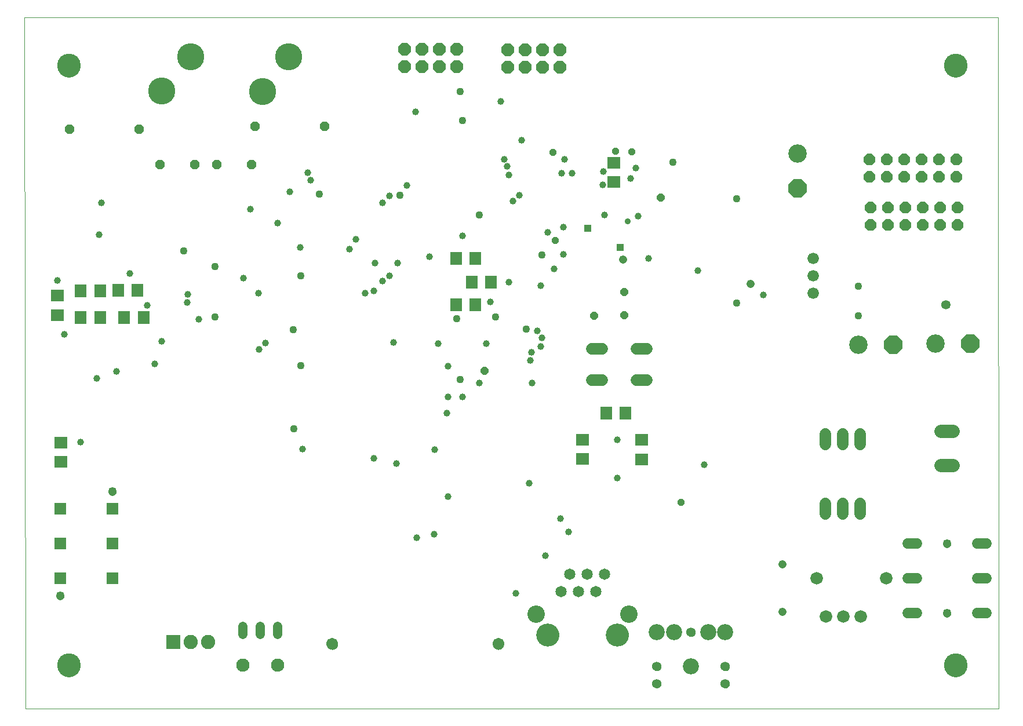
<source format=gbs>
G75*
%MOIN*%
%OFA0B0*%
%FSLAX25Y25*%
%IPPOS*%
%LPD*%
%AMOC8*
5,1,8,0,0,1.08239X$1,22.5*
%
%ADD10C,0.00000*%
%ADD11C,0.07650*%
%ADD12R,0.07687X0.06899*%
%ADD13R,0.06899X0.07687*%
%ADD14C,0.10600*%
%ADD15OC8,0.10600*%
%ADD16C,0.07200*%
%ADD17C,0.06600*%
%ADD18OC8,0.06600*%
%ADD19R,0.07698X0.06899*%
%ADD20R,0.06899X0.07698*%
%ADD21R,0.06506X0.06506*%
%ADD22C,0.04931*%
%ADD23C,0.05914*%
%ADD24C,0.05400*%
%ADD25C,0.07600*%
%ADD26C,0.15600*%
%ADD27C,0.06702*%
%ADD28C,0.10049*%
%ADD29C,0.06506*%
%ADD30C,0.13198*%
%ADD31C,0.13592*%
%ADD32OC8,0.07200*%
%ADD33OC8,0.05400*%
%ADD34C,0.06600*%
%ADD35R,0.08200X0.08200*%
%ADD36C,0.08200*%
%ADD37C,0.09200*%
%ADD38C,0.05324*%
%ADD39C,0.03969*%
%ADD40C,0.04362*%
%ADD41OC8,0.03969*%
%ADD42C,0.04756*%
%ADD43OC8,0.04362*%
%ADD44R,0.04362X0.04362*%
%ADD45C,0.03600*%
D10*
X0016817Y0051800D02*
X0016317Y0449501D01*
X0576239Y0449501D01*
X0576739Y0051800D01*
X0016817Y0051800D01*
X0035321Y0076800D02*
X0035323Y0076961D01*
X0035329Y0077121D01*
X0035339Y0077282D01*
X0035353Y0077442D01*
X0035371Y0077601D01*
X0035392Y0077761D01*
X0035418Y0077919D01*
X0035448Y0078077D01*
X0035481Y0078234D01*
X0035519Y0078391D01*
X0035560Y0078546D01*
X0035605Y0078700D01*
X0035654Y0078853D01*
X0035707Y0079005D01*
X0035763Y0079155D01*
X0035823Y0079304D01*
X0035887Y0079452D01*
X0035954Y0079598D01*
X0036025Y0079742D01*
X0036100Y0079884D01*
X0036178Y0080025D01*
X0036259Y0080163D01*
X0036344Y0080300D01*
X0036433Y0080434D01*
X0036524Y0080566D01*
X0036619Y0080696D01*
X0036717Y0080823D01*
X0036818Y0080948D01*
X0036922Y0081071D01*
X0037029Y0081190D01*
X0037139Y0081307D01*
X0037252Y0081422D01*
X0037368Y0081533D01*
X0037486Y0081642D01*
X0037607Y0081747D01*
X0037731Y0081850D01*
X0037857Y0081950D01*
X0037986Y0082046D01*
X0038117Y0082139D01*
X0038250Y0082229D01*
X0038385Y0082316D01*
X0038523Y0082399D01*
X0038662Y0082478D01*
X0038804Y0082555D01*
X0038947Y0082628D01*
X0039092Y0082697D01*
X0039239Y0082762D01*
X0039387Y0082824D01*
X0039537Y0082883D01*
X0039688Y0082937D01*
X0039840Y0082988D01*
X0039994Y0083035D01*
X0040149Y0083078D01*
X0040304Y0083117D01*
X0040461Y0083153D01*
X0040619Y0083185D01*
X0040777Y0083212D01*
X0040936Y0083236D01*
X0041095Y0083256D01*
X0041255Y0083272D01*
X0041416Y0083284D01*
X0041576Y0083292D01*
X0041737Y0083296D01*
X0041897Y0083296D01*
X0042058Y0083292D01*
X0042218Y0083284D01*
X0042379Y0083272D01*
X0042539Y0083256D01*
X0042698Y0083236D01*
X0042857Y0083212D01*
X0043015Y0083185D01*
X0043173Y0083153D01*
X0043330Y0083117D01*
X0043485Y0083078D01*
X0043640Y0083035D01*
X0043794Y0082988D01*
X0043946Y0082937D01*
X0044097Y0082883D01*
X0044247Y0082824D01*
X0044395Y0082762D01*
X0044542Y0082697D01*
X0044687Y0082628D01*
X0044830Y0082555D01*
X0044972Y0082478D01*
X0045111Y0082399D01*
X0045249Y0082316D01*
X0045384Y0082229D01*
X0045517Y0082139D01*
X0045648Y0082046D01*
X0045777Y0081950D01*
X0045903Y0081850D01*
X0046027Y0081747D01*
X0046148Y0081642D01*
X0046266Y0081533D01*
X0046382Y0081422D01*
X0046495Y0081307D01*
X0046605Y0081190D01*
X0046712Y0081071D01*
X0046816Y0080948D01*
X0046917Y0080823D01*
X0047015Y0080696D01*
X0047110Y0080566D01*
X0047201Y0080434D01*
X0047290Y0080300D01*
X0047375Y0080163D01*
X0047456Y0080025D01*
X0047534Y0079884D01*
X0047609Y0079742D01*
X0047680Y0079598D01*
X0047747Y0079452D01*
X0047811Y0079304D01*
X0047871Y0079155D01*
X0047927Y0079005D01*
X0047980Y0078853D01*
X0048029Y0078700D01*
X0048074Y0078546D01*
X0048115Y0078391D01*
X0048153Y0078234D01*
X0048186Y0078077D01*
X0048216Y0077919D01*
X0048242Y0077761D01*
X0048263Y0077601D01*
X0048281Y0077442D01*
X0048295Y0077282D01*
X0048305Y0077121D01*
X0048311Y0076961D01*
X0048313Y0076800D01*
X0048311Y0076639D01*
X0048305Y0076479D01*
X0048295Y0076318D01*
X0048281Y0076158D01*
X0048263Y0075999D01*
X0048242Y0075839D01*
X0048216Y0075681D01*
X0048186Y0075523D01*
X0048153Y0075366D01*
X0048115Y0075209D01*
X0048074Y0075054D01*
X0048029Y0074900D01*
X0047980Y0074747D01*
X0047927Y0074595D01*
X0047871Y0074445D01*
X0047811Y0074296D01*
X0047747Y0074148D01*
X0047680Y0074002D01*
X0047609Y0073858D01*
X0047534Y0073716D01*
X0047456Y0073575D01*
X0047375Y0073437D01*
X0047290Y0073300D01*
X0047201Y0073166D01*
X0047110Y0073034D01*
X0047015Y0072904D01*
X0046917Y0072777D01*
X0046816Y0072652D01*
X0046712Y0072529D01*
X0046605Y0072410D01*
X0046495Y0072293D01*
X0046382Y0072178D01*
X0046266Y0072067D01*
X0046148Y0071958D01*
X0046027Y0071853D01*
X0045903Y0071750D01*
X0045777Y0071650D01*
X0045648Y0071554D01*
X0045517Y0071461D01*
X0045384Y0071371D01*
X0045249Y0071284D01*
X0045111Y0071201D01*
X0044972Y0071122D01*
X0044830Y0071045D01*
X0044687Y0070972D01*
X0044542Y0070903D01*
X0044395Y0070838D01*
X0044247Y0070776D01*
X0044097Y0070717D01*
X0043946Y0070663D01*
X0043794Y0070612D01*
X0043640Y0070565D01*
X0043485Y0070522D01*
X0043330Y0070483D01*
X0043173Y0070447D01*
X0043015Y0070415D01*
X0042857Y0070388D01*
X0042698Y0070364D01*
X0042539Y0070344D01*
X0042379Y0070328D01*
X0042218Y0070316D01*
X0042058Y0070308D01*
X0041897Y0070304D01*
X0041737Y0070304D01*
X0041576Y0070308D01*
X0041416Y0070316D01*
X0041255Y0070328D01*
X0041095Y0070344D01*
X0040936Y0070364D01*
X0040777Y0070388D01*
X0040619Y0070415D01*
X0040461Y0070447D01*
X0040304Y0070483D01*
X0040149Y0070522D01*
X0039994Y0070565D01*
X0039840Y0070612D01*
X0039688Y0070663D01*
X0039537Y0070717D01*
X0039387Y0070776D01*
X0039239Y0070838D01*
X0039092Y0070903D01*
X0038947Y0070972D01*
X0038804Y0071045D01*
X0038662Y0071122D01*
X0038523Y0071201D01*
X0038385Y0071284D01*
X0038250Y0071371D01*
X0038117Y0071461D01*
X0037986Y0071554D01*
X0037857Y0071650D01*
X0037731Y0071750D01*
X0037607Y0071853D01*
X0037486Y0071958D01*
X0037368Y0072067D01*
X0037252Y0072178D01*
X0037139Y0072293D01*
X0037029Y0072410D01*
X0036922Y0072529D01*
X0036818Y0072652D01*
X0036717Y0072777D01*
X0036619Y0072904D01*
X0036524Y0073034D01*
X0036433Y0073166D01*
X0036344Y0073300D01*
X0036259Y0073437D01*
X0036178Y0073575D01*
X0036100Y0073716D01*
X0036025Y0073858D01*
X0035954Y0074002D01*
X0035887Y0074148D01*
X0035823Y0074296D01*
X0035763Y0074445D01*
X0035707Y0074595D01*
X0035654Y0074747D01*
X0035605Y0074900D01*
X0035560Y0075054D01*
X0035519Y0075209D01*
X0035481Y0075366D01*
X0035448Y0075523D01*
X0035418Y0075681D01*
X0035392Y0075839D01*
X0035371Y0075999D01*
X0035353Y0076158D01*
X0035339Y0076318D01*
X0035329Y0076479D01*
X0035323Y0076639D01*
X0035321Y0076800D01*
X0034652Y0116800D02*
X0034654Y0116893D01*
X0034660Y0116985D01*
X0034670Y0117077D01*
X0034684Y0117168D01*
X0034701Y0117259D01*
X0034723Y0117349D01*
X0034748Y0117438D01*
X0034777Y0117526D01*
X0034810Y0117612D01*
X0034847Y0117697D01*
X0034887Y0117781D01*
X0034931Y0117862D01*
X0034978Y0117942D01*
X0035028Y0118020D01*
X0035082Y0118095D01*
X0035139Y0118168D01*
X0035199Y0118238D01*
X0035262Y0118306D01*
X0035328Y0118371D01*
X0035396Y0118433D01*
X0035467Y0118493D01*
X0035541Y0118549D01*
X0035617Y0118602D01*
X0035695Y0118651D01*
X0035775Y0118698D01*
X0035857Y0118740D01*
X0035941Y0118780D01*
X0036026Y0118815D01*
X0036113Y0118847D01*
X0036201Y0118876D01*
X0036290Y0118900D01*
X0036380Y0118921D01*
X0036471Y0118937D01*
X0036563Y0118950D01*
X0036655Y0118959D01*
X0036748Y0118964D01*
X0036840Y0118965D01*
X0036933Y0118962D01*
X0037025Y0118955D01*
X0037117Y0118944D01*
X0037208Y0118929D01*
X0037299Y0118911D01*
X0037389Y0118888D01*
X0037477Y0118862D01*
X0037565Y0118832D01*
X0037651Y0118798D01*
X0037735Y0118761D01*
X0037818Y0118719D01*
X0037899Y0118675D01*
X0037979Y0118627D01*
X0038056Y0118576D01*
X0038130Y0118521D01*
X0038203Y0118463D01*
X0038273Y0118403D01*
X0038340Y0118339D01*
X0038404Y0118273D01*
X0038466Y0118203D01*
X0038524Y0118132D01*
X0038579Y0118058D01*
X0038631Y0117981D01*
X0038680Y0117902D01*
X0038726Y0117822D01*
X0038768Y0117739D01*
X0038806Y0117655D01*
X0038841Y0117569D01*
X0038872Y0117482D01*
X0038899Y0117394D01*
X0038922Y0117304D01*
X0038942Y0117214D01*
X0038958Y0117123D01*
X0038970Y0117031D01*
X0038978Y0116939D01*
X0038982Y0116846D01*
X0038982Y0116754D01*
X0038978Y0116661D01*
X0038970Y0116569D01*
X0038958Y0116477D01*
X0038942Y0116386D01*
X0038922Y0116296D01*
X0038899Y0116206D01*
X0038872Y0116118D01*
X0038841Y0116031D01*
X0038806Y0115945D01*
X0038768Y0115861D01*
X0038726Y0115778D01*
X0038680Y0115698D01*
X0038631Y0115619D01*
X0038579Y0115542D01*
X0038524Y0115468D01*
X0038466Y0115397D01*
X0038404Y0115327D01*
X0038340Y0115261D01*
X0038273Y0115197D01*
X0038203Y0115137D01*
X0038130Y0115079D01*
X0038056Y0115024D01*
X0037979Y0114973D01*
X0037900Y0114925D01*
X0037818Y0114881D01*
X0037735Y0114839D01*
X0037651Y0114802D01*
X0037565Y0114768D01*
X0037477Y0114738D01*
X0037389Y0114712D01*
X0037299Y0114689D01*
X0037208Y0114671D01*
X0037117Y0114656D01*
X0037025Y0114645D01*
X0036933Y0114638D01*
X0036840Y0114635D01*
X0036748Y0114636D01*
X0036655Y0114641D01*
X0036563Y0114650D01*
X0036471Y0114663D01*
X0036380Y0114679D01*
X0036290Y0114700D01*
X0036201Y0114724D01*
X0036113Y0114753D01*
X0036026Y0114785D01*
X0035941Y0114820D01*
X0035857Y0114860D01*
X0035775Y0114902D01*
X0035695Y0114949D01*
X0035617Y0114998D01*
X0035541Y0115051D01*
X0035467Y0115107D01*
X0035396Y0115167D01*
X0035328Y0115229D01*
X0035262Y0115294D01*
X0035199Y0115362D01*
X0035139Y0115432D01*
X0035082Y0115505D01*
X0035028Y0115580D01*
X0034978Y0115658D01*
X0034931Y0115738D01*
X0034887Y0115819D01*
X0034847Y0115903D01*
X0034810Y0115988D01*
X0034777Y0116074D01*
X0034748Y0116162D01*
X0034723Y0116251D01*
X0034701Y0116341D01*
X0034684Y0116432D01*
X0034670Y0116523D01*
X0034660Y0116615D01*
X0034654Y0116707D01*
X0034652Y0116800D01*
X0064652Y0176800D02*
X0064654Y0176893D01*
X0064660Y0176985D01*
X0064670Y0177077D01*
X0064684Y0177168D01*
X0064701Y0177259D01*
X0064723Y0177349D01*
X0064748Y0177438D01*
X0064777Y0177526D01*
X0064810Y0177612D01*
X0064847Y0177697D01*
X0064887Y0177781D01*
X0064931Y0177862D01*
X0064978Y0177942D01*
X0065028Y0178020D01*
X0065082Y0178095D01*
X0065139Y0178168D01*
X0065199Y0178238D01*
X0065262Y0178306D01*
X0065328Y0178371D01*
X0065396Y0178433D01*
X0065467Y0178493D01*
X0065541Y0178549D01*
X0065617Y0178602D01*
X0065695Y0178651D01*
X0065775Y0178698D01*
X0065857Y0178740D01*
X0065941Y0178780D01*
X0066026Y0178815D01*
X0066113Y0178847D01*
X0066201Y0178876D01*
X0066290Y0178900D01*
X0066380Y0178921D01*
X0066471Y0178937D01*
X0066563Y0178950D01*
X0066655Y0178959D01*
X0066748Y0178964D01*
X0066840Y0178965D01*
X0066933Y0178962D01*
X0067025Y0178955D01*
X0067117Y0178944D01*
X0067208Y0178929D01*
X0067299Y0178911D01*
X0067389Y0178888D01*
X0067477Y0178862D01*
X0067565Y0178832D01*
X0067651Y0178798D01*
X0067735Y0178761D01*
X0067818Y0178719D01*
X0067899Y0178675D01*
X0067979Y0178627D01*
X0068056Y0178576D01*
X0068130Y0178521D01*
X0068203Y0178463D01*
X0068273Y0178403D01*
X0068340Y0178339D01*
X0068404Y0178273D01*
X0068466Y0178203D01*
X0068524Y0178132D01*
X0068579Y0178058D01*
X0068631Y0177981D01*
X0068680Y0177902D01*
X0068726Y0177822D01*
X0068768Y0177739D01*
X0068806Y0177655D01*
X0068841Y0177569D01*
X0068872Y0177482D01*
X0068899Y0177394D01*
X0068922Y0177304D01*
X0068942Y0177214D01*
X0068958Y0177123D01*
X0068970Y0177031D01*
X0068978Y0176939D01*
X0068982Y0176846D01*
X0068982Y0176754D01*
X0068978Y0176661D01*
X0068970Y0176569D01*
X0068958Y0176477D01*
X0068942Y0176386D01*
X0068922Y0176296D01*
X0068899Y0176206D01*
X0068872Y0176118D01*
X0068841Y0176031D01*
X0068806Y0175945D01*
X0068768Y0175861D01*
X0068726Y0175778D01*
X0068680Y0175698D01*
X0068631Y0175619D01*
X0068579Y0175542D01*
X0068524Y0175468D01*
X0068466Y0175397D01*
X0068404Y0175327D01*
X0068340Y0175261D01*
X0068273Y0175197D01*
X0068203Y0175137D01*
X0068130Y0175079D01*
X0068056Y0175024D01*
X0067979Y0174973D01*
X0067900Y0174925D01*
X0067818Y0174881D01*
X0067735Y0174839D01*
X0067651Y0174802D01*
X0067565Y0174768D01*
X0067477Y0174738D01*
X0067389Y0174712D01*
X0067299Y0174689D01*
X0067208Y0174671D01*
X0067117Y0174656D01*
X0067025Y0174645D01*
X0066933Y0174638D01*
X0066840Y0174635D01*
X0066748Y0174636D01*
X0066655Y0174641D01*
X0066563Y0174650D01*
X0066471Y0174663D01*
X0066380Y0174679D01*
X0066290Y0174700D01*
X0066201Y0174724D01*
X0066113Y0174753D01*
X0066026Y0174785D01*
X0065941Y0174820D01*
X0065857Y0174860D01*
X0065775Y0174902D01*
X0065695Y0174949D01*
X0065617Y0174998D01*
X0065541Y0175051D01*
X0065467Y0175107D01*
X0065396Y0175167D01*
X0065328Y0175229D01*
X0065262Y0175294D01*
X0065199Y0175362D01*
X0065139Y0175432D01*
X0065082Y0175505D01*
X0065028Y0175580D01*
X0064978Y0175658D01*
X0064931Y0175738D01*
X0064887Y0175819D01*
X0064847Y0175903D01*
X0064810Y0175988D01*
X0064777Y0176074D01*
X0064748Y0176162D01*
X0064723Y0176251D01*
X0064701Y0176341D01*
X0064684Y0176432D01*
X0064670Y0176523D01*
X0064660Y0176615D01*
X0064654Y0176707D01*
X0064652Y0176800D01*
X0190262Y0089068D02*
X0190264Y0089178D01*
X0190270Y0089288D01*
X0190280Y0089398D01*
X0190294Y0089507D01*
X0190312Y0089616D01*
X0190333Y0089724D01*
X0190359Y0089831D01*
X0190388Y0089937D01*
X0190422Y0090042D01*
X0190459Y0090146D01*
X0190500Y0090248D01*
X0190544Y0090349D01*
X0190592Y0090448D01*
X0190644Y0090546D01*
X0190699Y0090641D01*
X0190757Y0090734D01*
X0190819Y0090825D01*
X0190884Y0090914D01*
X0190952Y0091001D01*
X0191024Y0091085D01*
X0191098Y0091166D01*
X0191175Y0091245D01*
X0191255Y0091321D01*
X0191338Y0091393D01*
X0191423Y0091463D01*
X0191511Y0091530D01*
X0191601Y0091593D01*
X0191693Y0091653D01*
X0191787Y0091710D01*
X0191884Y0091764D01*
X0191982Y0091813D01*
X0192082Y0091860D01*
X0192184Y0091902D01*
X0192287Y0091941D01*
X0192391Y0091976D01*
X0192497Y0092008D01*
X0192603Y0092035D01*
X0192711Y0092059D01*
X0192819Y0092079D01*
X0192928Y0092095D01*
X0193038Y0092107D01*
X0193148Y0092115D01*
X0193258Y0092119D01*
X0193368Y0092119D01*
X0193478Y0092115D01*
X0193588Y0092107D01*
X0193698Y0092095D01*
X0193807Y0092079D01*
X0193915Y0092059D01*
X0194023Y0092035D01*
X0194129Y0092008D01*
X0194235Y0091976D01*
X0194339Y0091941D01*
X0194442Y0091902D01*
X0194544Y0091860D01*
X0194644Y0091813D01*
X0194742Y0091764D01*
X0194838Y0091710D01*
X0194933Y0091653D01*
X0195025Y0091593D01*
X0195115Y0091530D01*
X0195203Y0091463D01*
X0195288Y0091393D01*
X0195371Y0091321D01*
X0195451Y0091245D01*
X0195528Y0091166D01*
X0195602Y0091085D01*
X0195674Y0091001D01*
X0195742Y0090914D01*
X0195807Y0090825D01*
X0195869Y0090734D01*
X0195927Y0090641D01*
X0195982Y0090546D01*
X0196034Y0090448D01*
X0196082Y0090349D01*
X0196126Y0090248D01*
X0196167Y0090146D01*
X0196204Y0090042D01*
X0196238Y0089937D01*
X0196267Y0089831D01*
X0196293Y0089724D01*
X0196314Y0089616D01*
X0196332Y0089507D01*
X0196346Y0089398D01*
X0196356Y0089288D01*
X0196362Y0089178D01*
X0196364Y0089068D01*
X0196362Y0088958D01*
X0196356Y0088848D01*
X0196346Y0088738D01*
X0196332Y0088629D01*
X0196314Y0088520D01*
X0196293Y0088412D01*
X0196267Y0088305D01*
X0196238Y0088199D01*
X0196204Y0088094D01*
X0196167Y0087990D01*
X0196126Y0087888D01*
X0196082Y0087787D01*
X0196034Y0087688D01*
X0195982Y0087590D01*
X0195927Y0087495D01*
X0195869Y0087402D01*
X0195807Y0087311D01*
X0195742Y0087222D01*
X0195674Y0087135D01*
X0195602Y0087051D01*
X0195528Y0086970D01*
X0195451Y0086891D01*
X0195371Y0086815D01*
X0195288Y0086743D01*
X0195203Y0086673D01*
X0195115Y0086606D01*
X0195025Y0086543D01*
X0194933Y0086483D01*
X0194839Y0086426D01*
X0194742Y0086372D01*
X0194644Y0086323D01*
X0194544Y0086276D01*
X0194442Y0086234D01*
X0194339Y0086195D01*
X0194235Y0086160D01*
X0194129Y0086128D01*
X0194023Y0086101D01*
X0193915Y0086077D01*
X0193807Y0086057D01*
X0193698Y0086041D01*
X0193588Y0086029D01*
X0193478Y0086021D01*
X0193368Y0086017D01*
X0193258Y0086017D01*
X0193148Y0086021D01*
X0193038Y0086029D01*
X0192928Y0086041D01*
X0192819Y0086057D01*
X0192711Y0086077D01*
X0192603Y0086101D01*
X0192497Y0086128D01*
X0192391Y0086160D01*
X0192287Y0086195D01*
X0192184Y0086234D01*
X0192082Y0086276D01*
X0191982Y0086323D01*
X0191884Y0086372D01*
X0191787Y0086426D01*
X0191693Y0086483D01*
X0191601Y0086543D01*
X0191511Y0086606D01*
X0191423Y0086673D01*
X0191338Y0086743D01*
X0191255Y0086815D01*
X0191175Y0086891D01*
X0191098Y0086970D01*
X0191024Y0087051D01*
X0190952Y0087135D01*
X0190884Y0087222D01*
X0190819Y0087311D01*
X0190757Y0087402D01*
X0190699Y0087495D01*
X0190644Y0087590D01*
X0190592Y0087688D01*
X0190544Y0087787D01*
X0190500Y0087888D01*
X0190459Y0087990D01*
X0190422Y0088094D01*
X0190388Y0088199D01*
X0190359Y0088305D01*
X0190333Y0088412D01*
X0190312Y0088520D01*
X0190294Y0088629D01*
X0190280Y0088738D01*
X0190270Y0088848D01*
X0190264Y0088958D01*
X0190262Y0089068D01*
X0285774Y0089068D02*
X0285776Y0089178D01*
X0285782Y0089288D01*
X0285792Y0089398D01*
X0285806Y0089507D01*
X0285824Y0089616D01*
X0285845Y0089724D01*
X0285871Y0089831D01*
X0285900Y0089937D01*
X0285934Y0090042D01*
X0285971Y0090146D01*
X0286012Y0090248D01*
X0286056Y0090349D01*
X0286104Y0090448D01*
X0286156Y0090546D01*
X0286211Y0090641D01*
X0286269Y0090734D01*
X0286331Y0090825D01*
X0286396Y0090914D01*
X0286464Y0091001D01*
X0286536Y0091085D01*
X0286610Y0091166D01*
X0286687Y0091245D01*
X0286767Y0091321D01*
X0286850Y0091393D01*
X0286935Y0091463D01*
X0287023Y0091530D01*
X0287113Y0091593D01*
X0287205Y0091653D01*
X0287299Y0091710D01*
X0287396Y0091764D01*
X0287494Y0091813D01*
X0287594Y0091860D01*
X0287696Y0091902D01*
X0287799Y0091941D01*
X0287903Y0091976D01*
X0288009Y0092008D01*
X0288115Y0092035D01*
X0288223Y0092059D01*
X0288331Y0092079D01*
X0288440Y0092095D01*
X0288550Y0092107D01*
X0288660Y0092115D01*
X0288770Y0092119D01*
X0288880Y0092119D01*
X0288990Y0092115D01*
X0289100Y0092107D01*
X0289210Y0092095D01*
X0289319Y0092079D01*
X0289427Y0092059D01*
X0289535Y0092035D01*
X0289641Y0092008D01*
X0289747Y0091976D01*
X0289851Y0091941D01*
X0289954Y0091902D01*
X0290056Y0091860D01*
X0290156Y0091813D01*
X0290254Y0091764D01*
X0290350Y0091710D01*
X0290445Y0091653D01*
X0290537Y0091593D01*
X0290627Y0091530D01*
X0290715Y0091463D01*
X0290800Y0091393D01*
X0290883Y0091321D01*
X0290963Y0091245D01*
X0291040Y0091166D01*
X0291114Y0091085D01*
X0291186Y0091001D01*
X0291254Y0090914D01*
X0291319Y0090825D01*
X0291381Y0090734D01*
X0291439Y0090641D01*
X0291494Y0090546D01*
X0291546Y0090448D01*
X0291594Y0090349D01*
X0291638Y0090248D01*
X0291679Y0090146D01*
X0291716Y0090042D01*
X0291750Y0089937D01*
X0291779Y0089831D01*
X0291805Y0089724D01*
X0291826Y0089616D01*
X0291844Y0089507D01*
X0291858Y0089398D01*
X0291868Y0089288D01*
X0291874Y0089178D01*
X0291876Y0089068D01*
X0291874Y0088958D01*
X0291868Y0088848D01*
X0291858Y0088738D01*
X0291844Y0088629D01*
X0291826Y0088520D01*
X0291805Y0088412D01*
X0291779Y0088305D01*
X0291750Y0088199D01*
X0291716Y0088094D01*
X0291679Y0087990D01*
X0291638Y0087888D01*
X0291594Y0087787D01*
X0291546Y0087688D01*
X0291494Y0087590D01*
X0291439Y0087495D01*
X0291381Y0087402D01*
X0291319Y0087311D01*
X0291254Y0087222D01*
X0291186Y0087135D01*
X0291114Y0087051D01*
X0291040Y0086970D01*
X0290963Y0086891D01*
X0290883Y0086815D01*
X0290800Y0086743D01*
X0290715Y0086673D01*
X0290627Y0086606D01*
X0290537Y0086543D01*
X0290445Y0086483D01*
X0290351Y0086426D01*
X0290254Y0086372D01*
X0290156Y0086323D01*
X0290056Y0086276D01*
X0289954Y0086234D01*
X0289851Y0086195D01*
X0289747Y0086160D01*
X0289641Y0086128D01*
X0289535Y0086101D01*
X0289427Y0086077D01*
X0289319Y0086057D01*
X0289210Y0086041D01*
X0289100Y0086029D01*
X0288990Y0086021D01*
X0288880Y0086017D01*
X0288770Y0086017D01*
X0288660Y0086021D01*
X0288550Y0086029D01*
X0288440Y0086041D01*
X0288331Y0086057D01*
X0288223Y0086077D01*
X0288115Y0086101D01*
X0288009Y0086128D01*
X0287903Y0086160D01*
X0287799Y0086195D01*
X0287696Y0086234D01*
X0287594Y0086276D01*
X0287494Y0086323D01*
X0287396Y0086372D01*
X0287299Y0086426D01*
X0287205Y0086483D01*
X0287113Y0086543D01*
X0287023Y0086606D01*
X0286935Y0086673D01*
X0286850Y0086743D01*
X0286767Y0086815D01*
X0286687Y0086891D01*
X0286610Y0086970D01*
X0286536Y0087051D01*
X0286464Y0087135D01*
X0286396Y0087222D01*
X0286331Y0087311D01*
X0286269Y0087402D01*
X0286211Y0087495D01*
X0286156Y0087590D01*
X0286104Y0087688D01*
X0286056Y0087787D01*
X0286012Y0087888D01*
X0285971Y0087990D01*
X0285934Y0088094D01*
X0285900Y0088199D01*
X0285871Y0088305D01*
X0285845Y0088412D01*
X0285824Y0088520D01*
X0285806Y0088629D01*
X0285792Y0088738D01*
X0285782Y0088848D01*
X0285776Y0088958D01*
X0285774Y0089068D01*
X0311018Y0094300D02*
X0311020Y0094458D01*
X0311026Y0094616D01*
X0311036Y0094774D01*
X0311050Y0094932D01*
X0311068Y0095089D01*
X0311089Y0095246D01*
X0311115Y0095402D01*
X0311145Y0095558D01*
X0311178Y0095713D01*
X0311216Y0095866D01*
X0311257Y0096019D01*
X0311302Y0096171D01*
X0311351Y0096322D01*
X0311404Y0096471D01*
X0311460Y0096619D01*
X0311520Y0096765D01*
X0311584Y0096910D01*
X0311652Y0097053D01*
X0311723Y0097195D01*
X0311797Y0097335D01*
X0311875Y0097472D01*
X0311957Y0097608D01*
X0312041Y0097742D01*
X0312130Y0097873D01*
X0312221Y0098002D01*
X0312316Y0098129D01*
X0312413Y0098254D01*
X0312514Y0098376D01*
X0312618Y0098495D01*
X0312725Y0098612D01*
X0312835Y0098726D01*
X0312948Y0098837D01*
X0313063Y0098946D01*
X0313181Y0099051D01*
X0313302Y0099153D01*
X0313425Y0099253D01*
X0313551Y0099349D01*
X0313679Y0099442D01*
X0313809Y0099532D01*
X0313942Y0099618D01*
X0314077Y0099702D01*
X0314213Y0099781D01*
X0314352Y0099858D01*
X0314493Y0099930D01*
X0314635Y0100000D01*
X0314779Y0100065D01*
X0314925Y0100127D01*
X0315072Y0100185D01*
X0315221Y0100240D01*
X0315371Y0100291D01*
X0315522Y0100338D01*
X0315674Y0100381D01*
X0315827Y0100420D01*
X0315982Y0100456D01*
X0316137Y0100487D01*
X0316293Y0100515D01*
X0316449Y0100539D01*
X0316606Y0100559D01*
X0316764Y0100575D01*
X0316921Y0100587D01*
X0317080Y0100595D01*
X0317238Y0100599D01*
X0317396Y0100599D01*
X0317554Y0100595D01*
X0317713Y0100587D01*
X0317870Y0100575D01*
X0318028Y0100559D01*
X0318185Y0100539D01*
X0318341Y0100515D01*
X0318497Y0100487D01*
X0318652Y0100456D01*
X0318807Y0100420D01*
X0318960Y0100381D01*
X0319112Y0100338D01*
X0319263Y0100291D01*
X0319413Y0100240D01*
X0319562Y0100185D01*
X0319709Y0100127D01*
X0319855Y0100065D01*
X0319999Y0100000D01*
X0320141Y0099930D01*
X0320282Y0099858D01*
X0320421Y0099781D01*
X0320557Y0099702D01*
X0320692Y0099618D01*
X0320825Y0099532D01*
X0320955Y0099442D01*
X0321083Y0099349D01*
X0321209Y0099253D01*
X0321332Y0099153D01*
X0321453Y0099051D01*
X0321571Y0098946D01*
X0321686Y0098837D01*
X0321799Y0098726D01*
X0321909Y0098612D01*
X0322016Y0098495D01*
X0322120Y0098376D01*
X0322221Y0098254D01*
X0322318Y0098129D01*
X0322413Y0098002D01*
X0322504Y0097873D01*
X0322593Y0097742D01*
X0322677Y0097608D01*
X0322759Y0097472D01*
X0322837Y0097335D01*
X0322911Y0097195D01*
X0322982Y0097053D01*
X0323050Y0096910D01*
X0323114Y0096765D01*
X0323174Y0096619D01*
X0323230Y0096471D01*
X0323283Y0096322D01*
X0323332Y0096171D01*
X0323377Y0096019D01*
X0323418Y0095866D01*
X0323456Y0095713D01*
X0323489Y0095558D01*
X0323519Y0095402D01*
X0323545Y0095246D01*
X0323566Y0095089D01*
X0323584Y0094932D01*
X0323598Y0094774D01*
X0323608Y0094616D01*
X0323614Y0094458D01*
X0323616Y0094300D01*
X0323614Y0094142D01*
X0323608Y0093984D01*
X0323598Y0093826D01*
X0323584Y0093668D01*
X0323566Y0093511D01*
X0323545Y0093354D01*
X0323519Y0093198D01*
X0323489Y0093042D01*
X0323456Y0092887D01*
X0323418Y0092734D01*
X0323377Y0092581D01*
X0323332Y0092429D01*
X0323283Y0092278D01*
X0323230Y0092129D01*
X0323174Y0091981D01*
X0323114Y0091835D01*
X0323050Y0091690D01*
X0322982Y0091547D01*
X0322911Y0091405D01*
X0322837Y0091265D01*
X0322759Y0091128D01*
X0322677Y0090992D01*
X0322593Y0090858D01*
X0322504Y0090727D01*
X0322413Y0090598D01*
X0322318Y0090471D01*
X0322221Y0090346D01*
X0322120Y0090224D01*
X0322016Y0090105D01*
X0321909Y0089988D01*
X0321799Y0089874D01*
X0321686Y0089763D01*
X0321571Y0089654D01*
X0321453Y0089549D01*
X0321332Y0089447D01*
X0321209Y0089347D01*
X0321083Y0089251D01*
X0320955Y0089158D01*
X0320825Y0089068D01*
X0320692Y0088982D01*
X0320557Y0088898D01*
X0320421Y0088819D01*
X0320282Y0088742D01*
X0320141Y0088670D01*
X0319999Y0088600D01*
X0319855Y0088535D01*
X0319709Y0088473D01*
X0319562Y0088415D01*
X0319413Y0088360D01*
X0319263Y0088309D01*
X0319112Y0088262D01*
X0318960Y0088219D01*
X0318807Y0088180D01*
X0318652Y0088144D01*
X0318497Y0088113D01*
X0318341Y0088085D01*
X0318185Y0088061D01*
X0318028Y0088041D01*
X0317870Y0088025D01*
X0317713Y0088013D01*
X0317554Y0088005D01*
X0317396Y0088001D01*
X0317238Y0088001D01*
X0317080Y0088005D01*
X0316921Y0088013D01*
X0316764Y0088025D01*
X0316606Y0088041D01*
X0316449Y0088061D01*
X0316293Y0088085D01*
X0316137Y0088113D01*
X0315982Y0088144D01*
X0315827Y0088180D01*
X0315674Y0088219D01*
X0315522Y0088262D01*
X0315371Y0088309D01*
X0315221Y0088360D01*
X0315072Y0088415D01*
X0314925Y0088473D01*
X0314779Y0088535D01*
X0314635Y0088600D01*
X0314493Y0088670D01*
X0314352Y0088742D01*
X0314213Y0088819D01*
X0314077Y0088898D01*
X0313942Y0088982D01*
X0313809Y0089068D01*
X0313679Y0089158D01*
X0313551Y0089251D01*
X0313425Y0089347D01*
X0313302Y0089447D01*
X0313181Y0089549D01*
X0313063Y0089654D01*
X0312948Y0089763D01*
X0312835Y0089874D01*
X0312725Y0089988D01*
X0312618Y0090105D01*
X0312514Y0090224D01*
X0312413Y0090346D01*
X0312316Y0090471D01*
X0312221Y0090598D01*
X0312130Y0090727D01*
X0312041Y0090858D01*
X0311957Y0090992D01*
X0311875Y0091128D01*
X0311797Y0091265D01*
X0311723Y0091405D01*
X0311652Y0091547D01*
X0311584Y0091690D01*
X0311520Y0091835D01*
X0311460Y0091981D01*
X0311404Y0092129D01*
X0311351Y0092278D01*
X0311302Y0092429D01*
X0311257Y0092581D01*
X0311216Y0092734D01*
X0311178Y0092887D01*
X0311145Y0093042D01*
X0311115Y0093198D01*
X0311089Y0093354D01*
X0311068Y0093511D01*
X0311050Y0093668D01*
X0311036Y0093826D01*
X0311026Y0093984D01*
X0311020Y0094142D01*
X0311018Y0094300D01*
X0351018Y0094300D02*
X0351020Y0094458D01*
X0351026Y0094616D01*
X0351036Y0094774D01*
X0351050Y0094932D01*
X0351068Y0095089D01*
X0351089Y0095246D01*
X0351115Y0095402D01*
X0351145Y0095558D01*
X0351178Y0095713D01*
X0351216Y0095866D01*
X0351257Y0096019D01*
X0351302Y0096171D01*
X0351351Y0096322D01*
X0351404Y0096471D01*
X0351460Y0096619D01*
X0351520Y0096765D01*
X0351584Y0096910D01*
X0351652Y0097053D01*
X0351723Y0097195D01*
X0351797Y0097335D01*
X0351875Y0097472D01*
X0351957Y0097608D01*
X0352041Y0097742D01*
X0352130Y0097873D01*
X0352221Y0098002D01*
X0352316Y0098129D01*
X0352413Y0098254D01*
X0352514Y0098376D01*
X0352618Y0098495D01*
X0352725Y0098612D01*
X0352835Y0098726D01*
X0352948Y0098837D01*
X0353063Y0098946D01*
X0353181Y0099051D01*
X0353302Y0099153D01*
X0353425Y0099253D01*
X0353551Y0099349D01*
X0353679Y0099442D01*
X0353809Y0099532D01*
X0353942Y0099618D01*
X0354077Y0099702D01*
X0354213Y0099781D01*
X0354352Y0099858D01*
X0354493Y0099930D01*
X0354635Y0100000D01*
X0354779Y0100065D01*
X0354925Y0100127D01*
X0355072Y0100185D01*
X0355221Y0100240D01*
X0355371Y0100291D01*
X0355522Y0100338D01*
X0355674Y0100381D01*
X0355827Y0100420D01*
X0355982Y0100456D01*
X0356137Y0100487D01*
X0356293Y0100515D01*
X0356449Y0100539D01*
X0356606Y0100559D01*
X0356764Y0100575D01*
X0356921Y0100587D01*
X0357080Y0100595D01*
X0357238Y0100599D01*
X0357396Y0100599D01*
X0357554Y0100595D01*
X0357713Y0100587D01*
X0357870Y0100575D01*
X0358028Y0100559D01*
X0358185Y0100539D01*
X0358341Y0100515D01*
X0358497Y0100487D01*
X0358652Y0100456D01*
X0358807Y0100420D01*
X0358960Y0100381D01*
X0359112Y0100338D01*
X0359263Y0100291D01*
X0359413Y0100240D01*
X0359562Y0100185D01*
X0359709Y0100127D01*
X0359855Y0100065D01*
X0359999Y0100000D01*
X0360141Y0099930D01*
X0360282Y0099858D01*
X0360421Y0099781D01*
X0360557Y0099702D01*
X0360692Y0099618D01*
X0360825Y0099532D01*
X0360955Y0099442D01*
X0361083Y0099349D01*
X0361209Y0099253D01*
X0361332Y0099153D01*
X0361453Y0099051D01*
X0361571Y0098946D01*
X0361686Y0098837D01*
X0361799Y0098726D01*
X0361909Y0098612D01*
X0362016Y0098495D01*
X0362120Y0098376D01*
X0362221Y0098254D01*
X0362318Y0098129D01*
X0362413Y0098002D01*
X0362504Y0097873D01*
X0362593Y0097742D01*
X0362677Y0097608D01*
X0362759Y0097472D01*
X0362837Y0097335D01*
X0362911Y0097195D01*
X0362982Y0097053D01*
X0363050Y0096910D01*
X0363114Y0096765D01*
X0363174Y0096619D01*
X0363230Y0096471D01*
X0363283Y0096322D01*
X0363332Y0096171D01*
X0363377Y0096019D01*
X0363418Y0095866D01*
X0363456Y0095713D01*
X0363489Y0095558D01*
X0363519Y0095402D01*
X0363545Y0095246D01*
X0363566Y0095089D01*
X0363584Y0094932D01*
X0363598Y0094774D01*
X0363608Y0094616D01*
X0363614Y0094458D01*
X0363616Y0094300D01*
X0363614Y0094142D01*
X0363608Y0093984D01*
X0363598Y0093826D01*
X0363584Y0093668D01*
X0363566Y0093511D01*
X0363545Y0093354D01*
X0363519Y0093198D01*
X0363489Y0093042D01*
X0363456Y0092887D01*
X0363418Y0092734D01*
X0363377Y0092581D01*
X0363332Y0092429D01*
X0363283Y0092278D01*
X0363230Y0092129D01*
X0363174Y0091981D01*
X0363114Y0091835D01*
X0363050Y0091690D01*
X0362982Y0091547D01*
X0362911Y0091405D01*
X0362837Y0091265D01*
X0362759Y0091128D01*
X0362677Y0090992D01*
X0362593Y0090858D01*
X0362504Y0090727D01*
X0362413Y0090598D01*
X0362318Y0090471D01*
X0362221Y0090346D01*
X0362120Y0090224D01*
X0362016Y0090105D01*
X0361909Y0089988D01*
X0361799Y0089874D01*
X0361686Y0089763D01*
X0361571Y0089654D01*
X0361453Y0089549D01*
X0361332Y0089447D01*
X0361209Y0089347D01*
X0361083Y0089251D01*
X0360955Y0089158D01*
X0360825Y0089068D01*
X0360692Y0088982D01*
X0360557Y0088898D01*
X0360421Y0088819D01*
X0360282Y0088742D01*
X0360141Y0088670D01*
X0359999Y0088600D01*
X0359855Y0088535D01*
X0359709Y0088473D01*
X0359562Y0088415D01*
X0359413Y0088360D01*
X0359263Y0088309D01*
X0359112Y0088262D01*
X0358960Y0088219D01*
X0358807Y0088180D01*
X0358652Y0088144D01*
X0358497Y0088113D01*
X0358341Y0088085D01*
X0358185Y0088061D01*
X0358028Y0088041D01*
X0357870Y0088025D01*
X0357713Y0088013D01*
X0357554Y0088005D01*
X0357396Y0088001D01*
X0357238Y0088001D01*
X0357080Y0088005D01*
X0356921Y0088013D01*
X0356764Y0088025D01*
X0356606Y0088041D01*
X0356449Y0088061D01*
X0356293Y0088085D01*
X0356137Y0088113D01*
X0355982Y0088144D01*
X0355827Y0088180D01*
X0355674Y0088219D01*
X0355522Y0088262D01*
X0355371Y0088309D01*
X0355221Y0088360D01*
X0355072Y0088415D01*
X0354925Y0088473D01*
X0354779Y0088535D01*
X0354635Y0088600D01*
X0354493Y0088670D01*
X0354352Y0088742D01*
X0354213Y0088819D01*
X0354077Y0088898D01*
X0353942Y0088982D01*
X0353809Y0089068D01*
X0353679Y0089158D01*
X0353551Y0089251D01*
X0353425Y0089347D01*
X0353302Y0089447D01*
X0353181Y0089549D01*
X0353063Y0089654D01*
X0352948Y0089763D01*
X0352835Y0089874D01*
X0352725Y0089988D01*
X0352618Y0090105D01*
X0352514Y0090224D01*
X0352413Y0090346D01*
X0352316Y0090471D01*
X0352221Y0090598D01*
X0352130Y0090727D01*
X0352041Y0090858D01*
X0351957Y0090992D01*
X0351875Y0091128D01*
X0351797Y0091265D01*
X0351723Y0091405D01*
X0351652Y0091547D01*
X0351584Y0091690D01*
X0351520Y0091835D01*
X0351460Y0091981D01*
X0351404Y0092129D01*
X0351351Y0092278D01*
X0351302Y0092429D01*
X0351257Y0092581D01*
X0351216Y0092734D01*
X0351178Y0092887D01*
X0351145Y0093042D01*
X0351115Y0093198D01*
X0351089Y0093354D01*
X0351068Y0093511D01*
X0351050Y0093668D01*
X0351036Y0093826D01*
X0351026Y0093984D01*
X0351020Y0094142D01*
X0351018Y0094300D01*
X0377670Y0076100D02*
X0377672Y0076197D01*
X0377678Y0076294D01*
X0377688Y0076390D01*
X0377702Y0076486D01*
X0377720Y0076582D01*
X0377741Y0076676D01*
X0377767Y0076770D01*
X0377796Y0076862D01*
X0377830Y0076953D01*
X0377866Y0077043D01*
X0377907Y0077131D01*
X0377951Y0077217D01*
X0377999Y0077302D01*
X0378050Y0077384D01*
X0378104Y0077465D01*
X0378162Y0077543D01*
X0378223Y0077618D01*
X0378286Y0077691D01*
X0378353Y0077762D01*
X0378423Y0077829D01*
X0378495Y0077894D01*
X0378570Y0077955D01*
X0378648Y0078014D01*
X0378727Y0078069D01*
X0378809Y0078121D01*
X0378893Y0078169D01*
X0378979Y0078214D01*
X0379067Y0078256D01*
X0379156Y0078294D01*
X0379247Y0078328D01*
X0379339Y0078358D01*
X0379432Y0078385D01*
X0379527Y0078407D01*
X0379622Y0078426D01*
X0379718Y0078441D01*
X0379814Y0078452D01*
X0379911Y0078459D01*
X0380008Y0078462D01*
X0380105Y0078461D01*
X0380202Y0078456D01*
X0380298Y0078447D01*
X0380394Y0078434D01*
X0380490Y0078417D01*
X0380585Y0078396D01*
X0380678Y0078372D01*
X0380771Y0078343D01*
X0380863Y0078311D01*
X0380953Y0078275D01*
X0381041Y0078236D01*
X0381128Y0078192D01*
X0381213Y0078146D01*
X0381296Y0078095D01*
X0381377Y0078042D01*
X0381455Y0077985D01*
X0381532Y0077925D01*
X0381605Y0077862D01*
X0381676Y0077796D01*
X0381744Y0077727D01*
X0381810Y0077655D01*
X0381872Y0077581D01*
X0381931Y0077504D01*
X0381987Y0077425D01*
X0382040Y0077343D01*
X0382090Y0077260D01*
X0382135Y0077174D01*
X0382178Y0077087D01*
X0382217Y0076998D01*
X0382252Y0076908D01*
X0382283Y0076816D01*
X0382310Y0076723D01*
X0382334Y0076629D01*
X0382354Y0076534D01*
X0382370Y0076438D01*
X0382382Y0076342D01*
X0382390Y0076245D01*
X0382394Y0076148D01*
X0382394Y0076052D01*
X0382390Y0075955D01*
X0382382Y0075858D01*
X0382370Y0075762D01*
X0382354Y0075666D01*
X0382334Y0075571D01*
X0382310Y0075477D01*
X0382283Y0075384D01*
X0382252Y0075292D01*
X0382217Y0075202D01*
X0382178Y0075113D01*
X0382135Y0075026D01*
X0382090Y0074940D01*
X0382040Y0074857D01*
X0381987Y0074775D01*
X0381931Y0074696D01*
X0381872Y0074619D01*
X0381810Y0074545D01*
X0381744Y0074473D01*
X0381676Y0074404D01*
X0381605Y0074338D01*
X0381532Y0074275D01*
X0381455Y0074215D01*
X0381377Y0074158D01*
X0381296Y0074105D01*
X0381213Y0074054D01*
X0381128Y0074008D01*
X0381041Y0073964D01*
X0380953Y0073925D01*
X0380863Y0073889D01*
X0380771Y0073857D01*
X0380678Y0073828D01*
X0380585Y0073804D01*
X0380490Y0073783D01*
X0380394Y0073766D01*
X0380298Y0073753D01*
X0380202Y0073744D01*
X0380105Y0073739D01*
X0380008Y0073738D01*
X0379911Y0073741D01*
X0379814Y0073748D01*
X0379718Y0073759D01*
X0379622Y0073774D01*
X0379527Y0073793D01*
X0379432Y0073815D01*
X0379339Y0073842D01*
X0379247Y0073872D01*
X0379156Y0073906D01*
X0379067Y0073944D01*
X0378979Y0073986D01*
X0378893Y0074031D01*
X0378809Y0074079D01*
X0378727Y0074131D01*
X0378648Y0074186D01*
X0378570Y0074245D01*
X0378495Y0074306D01*
X0378423Y0074371D01*
X0378353Y0074438D01*
X0378286Y0074509D01*
X0378223Y0074582D01*
X0378162Y0074657D01*
X0378104Y0074735D01*
X0378050Y0074816D01*
X0377999Y0074898D01*
X0377951Y0074983D01*
X0377907Y0075069D01*
X0377866Y0075157D01*
X0377830Y0075247D01*
X0377796Y0075338D01*
X0377767Y0075430D01*
X0377741Y0075524D01*
X0377720Y0075618D01*
X0377702Y0075714D01*
X0377688Y0075810D01*
X0377678Y0075906D01*
X0377672Y0076003D01*
X0377670Y0076100D01*
X0377670Y0066257D02*
X0377672Y0066354D01*
X0377678Y0066451D01*
X0377688Y0066547D01*
X0377702Y0066643D01*
X0377720Y0066739D01*
X0377741Y0066833D01*
X0377767Y0066927D01*
X0377796Y0067019D01*
X0377830Y0067110D01*
X0377866Y0067200D01*
X0377907Y0067288D01*
X0377951Y0067374D01*
X0377999Y0067459D01*
X0378050Y0067541D01*
X0378104Y0067622D01*
X0378162Y0067700D01*
X0378223Y0067775D01*
X0378286Y0067848D01*
X0378353Y0067919D01*
X0378423Y0067986D01*
X0378495Y0068051D01*
X0378570Y0068112D01*
X0378648Y0068171D01*
X0378727Y0068226D01*
X0378809Y0068278D01*
X0378893Y0068326D01*
X0378979Y0068371D01*
X0379067Y0068413D01*
X0379156Y0068451D01*
X0379247Y0068485D01*
X0379339Y0068515D01*
X0379432Y0068542D01*
X0379527Y0068564D01*
X0379622Y0068583D01*
X0379718Y0068598D01*
X0379814Y0068609D01*
X0379911Y0068616D01*
X0380008Y0068619D01*
X0380105Y0068618D01*
X0380202Y0068613D01*
X0380298Y0068604D01*
X0380394Y0068591D01*
X0380490Y0068574D01*
X0380585Y0068553D01*
X0380678Y0068529D01*
X0380771Y0068500D01*
X0380863Y0068468D01*
X0380953Y0068432D01*
X0381041Y0068393D01*
X0381128Y0068349D01*
X0381213Y0068303D01*
X0381296Y0068252D01*
X0381377Y0068199D01*
X0381455Y0068142D01*
X0381532Y0068082D01*
X0381605Y0068019D01*
X0381676Y0067953D01*
X0381744Y0067884D01*
X0381810Y0067812D01*
X0381872Y0067738D01*
X0381931Y0067661D01*
X0381987Y0067582D01*
X0382040Y0067500D01*
X0382090Y0067417D01*
X0382135Y0067331D01*
X0382178Y0067244D01*
X0382217Y0067155D01*
X0382252Y0067065D01*
X0382283Y0066973D01*
X0382310Y0066880D01*
X0382334Y0066786D01*
X0382354Y0066691D01*
X0382370Y0066595D01*
X0382382Y0066499D01*
X0382390Y0066402D01*
X0382394Y0066305D01*
X0382394Y0066209D01*
X0382390Y0066112D01*
X0382382Y0066015D01*
X0382370Y0065919D01*
X0382354Y0065823D01*
X0382334Y0065728D01*
X0382310Y0065634D01*
X0382283Y0065541D01*
X0382252Y0065449D01*
X0382217Y0065359D01*
X0382178Y0065270D01*
X0382135Y0065183D01*
X0382090Y0065097D01*
X0382040Y0065014D01*
X0381987Y0064932D01*
X0381931Y0064853D01*
X0381872Y0064776D01*
X0381810Y0064702D01*
X0381744Y0064630D01*
X0381676Y0064561D01*
X0381605Y0064495D01*
X0381532Y0064432D01*
X0381455Y0064372D01*
X0381377Y0064315D01*
X0381296Y0064262D01*
X0381213Y0064211D01*
X0381128Y0064165D01*
X0381041Y0064121D01*
X0380953Y0064082D01*
X0380863Y0064046D01*
X0380771Y0064014D01*
X0380678Y0063985D01*
X0380585Y0063961D01*
X0380490Y0063940D01*
X0380394Y0063923D01*
X0380298Y0063910D01*
X0380202Y0063901D01*
X0380105Y0063896D01*
X0380008Y0063895D01*
X0379911Y0063898D01*
X0379814Y0063905D01*
X0379718Y0063916D01*
X0379622Y0063931D01*
X0379527Y0063950D01*
X0379432Y0063972D01*
X0379339Y0063999D01*
X0379247Y0064029D01*
X0379156Y0064063D01*
X0379067Y0064101D01*
X0378979Y0064143D01*
X0378893Y0064188D01*
X0378809Y0064236D01*
X0378727Y0064288D01*
X0378648Y0064343D01*
X0378570Y0064402D01*
X0378495Y0064463D01*
X0378423Y0064528D01*
X0378353Y0064595D01*
X0378286Y0064666D01*
X0378223Y0064739D01*
X0378162Y0064814D01*
X0378104Y0064892D01*
X0378050Y0064973D01*
X0377999Y0065055D01*
X0377951Y0065140D01*
X0377907Y0065226D01*
X0377866Y0065314D01*
X0377830Y0065404D01*
X0377796Y0065495D01*
X0377767Y0065587D01*
X0377741Y0065681D01*
X0377720Y0065775D01*
X0377702Y0065871D01*
X0377688Y0065967D01*
X0377678Y0066063D01*
X0377672Y0066160D01*
X0377670Y0066257D01*
X0397355Y0095785D02*
X0397357Y0095882D01*
X0397363Y0095979D01*
X0397373Y0096075D01*
X0397387Y0096171D01*
X0397405Y0096267D01*
X0397426Y0096361D01*
X0397452Y0096455D01*
X0397481Y0096547D01*
X0397515Y0096638D01*
X0397551Y0096728D01*
X0397592Y0096816D01*
X0397636Y0096902D01*
X0397684Y0096987D01*
X0397735Y0097069D01*
X0397789Y0097150D01*
X0397847Y0097228D01*
X0397908Y0097303D01*
X0397971Y0097376D01*
X0398038Y0097447D01*
X0398108Y0097514D01*
X0398180Y0097579D01*
X0398255Y0097640D01*
X0398333Y0097699D01*
X0398412Y0097754D01*
X0398494Y0097806D01*
X0398578Y0097854D01*
X0398664Y0097899D01*
X0398752Y0097941D01*
X0398841Y0097979D01*
X0398932Y0098013D01*
X0399024Y0098043D01*
X0399117Y0098070D01*
X0399212Y0098092D01*
X0399307Y0098111D01*
X0399403Y0098126D01*
X0399499Y0098137D01*
X0399596Y0098144D01*
X0399693Y0098147D01*
X0399790Y0098146D01*
X0399887Y0098141D01*
X0399983Y0098132D01*
X0400079Y0098119D01*
X0400175Y0098102D01*
X0400270Y0098081D01*
X0400363Y0098057D01*
X0400456Y0098028D01*
X0400548Y0097996D01*
X0400638Y0097960D01*
X0400726Y0097921D01*
X0400813Y0097877D01*
X0400898Y0097831D01*
X0400981Y0097780D01*
X0401062Y0097727D01*
X0401140Y0097670D01*
X0401217Y0097610D01*
X0401290Y0097547D01*
X0401361Y0097481D01*
X0401429Y0097412D01*
X0401495Y0097340D01*
X0401557Y0097266D01*
X0401616Y0097189D01*
X0401672Y0097110D01*
X0401725Y0097028D01*
X0401775Y0096945D01*
X0401820Y0096859D01*
X0401863Y0096772D01*
X0401902Y0096683D01*
X0401937Y0096593D01*
X0401968Y0096501D01*
X0401995Y0096408D01*
X0402019Y0096314D01*
X0402039Y0096219D01*
X0402055Y0096123D01*
X0402067Y0096027D01*
X0402075Y0095930D01*
X0402079Y0095833D01*
X0402079Y0095737D01*
X0402075Y0095640D01*
X0402067Y0095543D01*
X0402055Y0095447D01*
X0402039Y0095351D01*
X0402019Y0095256D01*
X0401995Y0095162D01*
X0401968Y0095069D01*
X0401937Y0094977D01*
X0401902Y0094887D01*
X0401863Y0094798D01*
X0401820Y0094711D01*
X0401775Y0094625D01*
X0401725Y0094542D01*
X0401672Y0094460D01*
X0401616Y0094381D01*
X0401557Y0094304D01*
X0401495Y0094230D01*
X0401429Y0094158D01*
X0401361Y0094089D01*
X0401290Y0094023D01*
X0401217Y0093960D01*
X0401140Y0093900D01*
X0401062Y0093843D01*
X0400981Y0093790D01*
X0400898Y0093739D01*
X0400813Y0093693D01*
X0400726Y0093649D01*
X0400638Y0093610D01*
X0400548Y0093574D01*
X0400456Y0093542D01*
X0400363Y0093513D01*
X0400270Y0093489D01*
X0400175Y0093468D01*
X0400079Y0093451D01*
X0399983Y0093438D01*
X0399887Y0093429D01*
X0399790Y0093424D01*
X0399693Y0093423D01*
X0399596Y0093426D01*
X0399499Y0093433D01*
X0399403Y0093444D01*
X0399307Y0093459D01*
X0399212Y0093478D01*
X0399117Y0093500D01*
X0399024Y0093527D01*
X0398932Y0093557D01*
X0398841Y0093591D01*
X0398752Y0093629D01*
X0398664Y0093671D01*
X0398578Y0093716D01*
X0398494Y0093764D01*
X0398412Y0093816D01*
X0398333Y0093871D01*
X0398255Y0093930D01*
X0398180Y0093991D01*
X0398108Y0094056D01*
X0398038Y0094123D01*
X0397971Y0094194D01*
X0397908Y0094267D01*
X0397847Y0094342D01*
X0397789Y0094420D01*
X0397735Y0094501D01*
X0397684Y0094583D01*
X0397636Y0094668D01*
X0397592Y0094754D01*
X0397551Y0094842D01*
X0397515Y0094932D01*
X0397481Y0095023D01*
X0397452Y0095115D01*
X0397426Y0095209D01*
X0397405Y0095303D01*
X0397387Y0095399D01*
X0397373Y0095495D01*
X0397363Y0095591D01*
X0397357Y0095688D01*
X0397355Y0095785D01*
X0417040Y0076100D02*
X0417042Y0076197D01*
X0417048Y0076294D01*
X0417058Y0076390D01*
X0417072Y0076486D01*
X0417090Y0076582D01*
X0417111Y0076676D01*
X0417137Y0076770D01*
X0417166Y0076862D01*
X0417200Y0076953D01*
X0417236Y0077043D01*
X0417277Y0077131D01*
X0417321Y0077217D01*
X0417369Y0077302D01*
X0417420Y0077384D01*
X0417474Y0077465D01*
X0417532Y0077543D01*
X0417593Y0077618D01*
X0417656Y0077691D01*
X0417723Y0077762D01*
X0417793Y0077829D01*
X0417865Y0077894D01*
X0417940Y0077955D01*
X0418018Y0078014D01*
X0418097Y0078069D01*
X0418179Y0078121D01*
X0418263Y0078169D01*
X0418349Y0078214D01*
X0418437Y0078256D01*
X0418526Y0078294D01*
X0418617Y0078328D01*
X0418709Y0078358D01*
X0418802Y0078385D01*
X0418897Y0078407D01*
X0418992Y0078426D01*
X0419088Y0078441D01*
X0419184Y0078452D01*
X0419281Y0078459D01*
X0419378Y0078462D01*
X0419475Y0078461D01*
X0419572Y0078456D01*
X0419668Y0078447D01*
X0419764Y0078434D01*
X0419860Y0078417D01*
X0419955Y0078396D01*
X0420048Y0078372D01*
X0420141Y0078343D01*
X0420233Y0078311D01*
X0420323Y0078275D01*
X0420411Y0078236D01*
X0420498Y0078192D01*
X0420583Y0078146D01*
X0420666Y0078095D01*
X0420747Y0078042D01*
X0420825Y0077985D01*
X0420902Y0077925D01*
X0420975Y0077862D01*
X0421046Y0077796D01*
X0421114Y0077727D01*
X0421180Y0077655D01*
X0421242Y0077581D01*
X0421301Y0077504D01*
X0421357Y0077425D01*
X0421410Y0077343D01*
X0421460Y0077260D01*
X0421505Y0077174D01*
X0421548Y0077087D01*
X0421587Y0076998D01*
X0421622Y0076908D01*
X0421653Y0076816D01*
X0421680Y0076723D01*
X0421704Y0076629D01*
X0421724Y0076534D01*
X0421740Y0076438D01*
X0421752Y0076342D01*
X0421760Y0076245D01*
X0421764Y0076148D01*
X0421764Y0076052D01*
X0421760Y0075955D01*
X0421752Y0075858D01*
X0421740Y0075762D01*
X0421724Y0075666D01*
X0421704Y0075571D01*
X0421680Y0075477D01*
X0421653Y0075384D01*
X0421622Y0075292D01*
X0421587Y0075202D01*
X0421548Y0075113D01*
X0421505Y0075026D01*
X0421460Y0074940D01*
X0421410Y0074857D01*
X0421357Y0074775D01*
X0421301Y0074696D01*
X0421242Y0074619D01*
X0421180Y0074545D01*
X0421114Y0074473D01*
X0421046Y0074404D01*
X0420975Y0074338D01*
X0420902Y0074275D01*
X0420825Y0074215D01*
X0420747Y0074158D01*
X0420666Y0074105D01*
X0420583Y0074054D01*
X0420498Y0074008D01*
X0420411Y0073964D01*
X0420323Y0073925D01*
X0420233Y0073889D01*
X0420141Y0073857D01*
X0420048Y0073828D01*
X0419955Y0073804D01*
X0419860Y0073783D01*
X0419764Y0073766D01*
X0419668Y0073753D01*
X0419572Y0073744D01*
X0419475Y0073739D01*
X0419378Y0073738D01*
X0419281Y0073741D01*
X0419184Y0073748D01*
X0419088Y0073759D01*
X0418992Y0073774D01*
X0418897Y0073793D01*
X0418802Y0073815D01*
X0418709Y0073842D01*
X0418617Y0073872D01*
X0418526Y0073906D01*
X0418437Y0073944D01*
X0418349Y0073986D01*
X0418263Y0074031D01*
X0418179Y0074079D01*
X0418097Y0074131D01*
X0418018Y0074186D01*
X0417940Y0074245D01*
X0417865Y0074306D01*
X0417793Y0074371D01*
X0417723Y0074438D01*
X0417656Y0074509D01*
X0417593Y0074582D01*
X0417532Y0074657D01*
X0417474Y0074735D01*
X0417420Y0074816D01*
X0417369Y0074898D01*
X0417321Y0074983D01*
X0417277Y0075069D01*
X0417236Y0075157D01*
X0417200Y0075247D01*
X0417166Y0075338D01*
X0417137Y0075430D01*
X0417111Y0075524D01*
X0417090Y0075618D01*
X0417072Y0075714D01*
X0417058Y0075810D01*
X0417048Y0075906D01*
X0417042Y0076003D01*
X0417040Y0076100D01*
X0417040Y0066257D02*
X0417042Y0066354D01*
X0417048Y0066451D01*
X0417058Y0066547D01*
X0417072Y0066643D01*
X0417090Y0066739D01*
X0417111Y0066833D01*
X0417137Y0066927D01*
X0417166Y0067019D01*
X0417200Y0067110D01*
X0417236Y0067200D01*
X0417277Y0067288D01*
X0417321Y0067374D01*
X0417369Y0067459D01*
X0417420Y0067541D01*
X0417474Y0067622D01*
X0417532Y0067700D01*
X0417593Y0067775D01*
X0417656Y0067848D01*
X0417723Y0067919D01*
X0417793Y0067986D01*
X0417865Y0068051D01*
X0417940Y0068112D01*
X0418018Y0068171D01*
X0418097Y0068226D01*
X0418179Y0068278D01*
X0418263Y0068326D01*
X0418349Y0068371D01*
X0418437Y0068413D01*
X0418526Y0068451D01*
X0418617Y0068485D01*
X0418709Y0068515D01*
X0418802Y0068542D01*
X0418897Y0068564D01*
X0418992Y0068583D01*
X0419088Y0068598D01*
X0419184Y0068609D01*
X0419281Y0068616D01*
X0419378Y0068619D01*
X0419475Y0068618D01*
X0419572Y0068613D01*
X0419668Y0068604D01*
X0419764Y0068591D01*
X0419860Y0068574D01*
X0419955Y0068553D01*
X0420048Y0068529D01*
X0420141Y0068500D01*
X0420233Y0068468D01*
X0420323Y0068432D01*
X0420411Y0068393D01*
X0420498Y0068349D01*
X0420583Y0068303D01*
X0420666Y0068252D01*
X0420747Y0068199D01*
X0420825Y0068142D01*
X0420902Y0068082D01*
X0420975Y0068019D01*
X0421046Y0067953D01*
X0421114Y0067884D01*
X0421180Y0067812D01*
X0421242Y0067738D01*
X0421301Y0067661D01*
X0421357Y0067582D01*
X0421410Y0067500D01*
X0421460Y0067417D01*
X0421505Y0067331D01*
X0421548Y0067244D01*
X0421587Y0067155D01*
X0421622Y0067065D01*
X0421653Y0066973D01*
X0421680Y0066880D01*
X0421704Y0066786D01*
X0421724Y0066691D01*
X0421740Y0066595D01*
X0421752Y0066499D01*
X0421760Y0066402D01*
X0421764Y0066305D01*
X0421764Y0066209D01*
X0421760Y0066112D01*
X0421752Y0066015D01*
X0421740Y0065919D01*
X0421724Y0065823D01*
X0421704Y0065728D01*
X0421680Y0065634D01*
X0421653Y0065541D01*
X0421622Y0065449D01*
X0421587Y0065359D01*
X0421548Y0065270D01*
X0421505Y0065183D01*
X0421460Y0065097D01*
X0421410Y0065014D01*
X0421357Y0064932D01*
X0421301Y0064853D01*
X0421242Y0064776D01*
X0421180Y0064702D01*
X0421114Y0064630D01*
X0421046Y0064561D01*
X0420975Y0064495D01*
X0420902Y0064432D01*
X0420825Y0064372D01*
X0420747Y0064315D01*
X0420666Y0064262D01*
X0420583Y0064211D01*
X0420498Y0064165D01*
X0420411Y0064121D01*
X0420323Y0064082D01*
X0420233Y0064046D01*
X0420141Y0064014D01*
X0420048Y0063985D01*
X0419955Y0063961D01*
X0419860Y0063940D01*
X0419764Y0063923D01*
X0419668Y0063910D01*
X0419572Y0063901D01*
X0419475Y0063896D01*
X0419378Y0063895D01*
X0419281Y0063898D01*
X0419184Y0063905D01*
X0419088Y0063916D01*
X0418992Y0063931D01*
X0418897Y0063950D01*
X0418802Y0063972D01*
X0418709Y0063999D01*
X0418617Y0064029D01*
X0418526Y0064063D01*
X0418437Y0064101D01*
X0418349Y0064143D01*
X0418263Y0064188D01*
X0418179Y0064236D01*
X0418097Y0064288D01*
X0418018Y0064343D01*
X0417940Y0064402D01*
X0417865Y0064463D01*
X0417793Y0064528D01*
X0417723Y0064595D01*
X0417656Y0064666D01*
X0417593Y0064739D01*
X0417532Y0064814D01*
X0417474Y0064892D01*
X0417420Y0064973D01*
X0417369Y0065055D01*
X0417321Y0065140D01*
X0417277Y0065226D01*
X0417236Y0065314D01*
X0417200Y0065404D01*
X0417166Y0065495D01*
X0417137Y0065587D01*
X0417111Y0065681D01*
X0417090Y0065775D01*
X0417072Y0065871D01*
X0417058Y0065967D01*
X0417048Y0066063D01*
X0417042Y0066160D01*
X0417040Y0066257D01*
X0545321Y0076800D02*
X0545323Y0076961D01*
X0545329Y0077121D01*
X0545339Y0077282D01*
X0545353Y0077442D01*
X0545371Y0077601D01*
X0545392Y0077761D01*
X0545418Y0077919D01*
X0545448Y0078077D01*
X0545481Y0078234D01*
X0545519Y0078391D01*
X0545560Y0078546D01*
X0545605Y0078700D01*
X0545654Y0078853D01*
X0545707Y0079005D01*
X0545763Y0079155D01*
X0545823Y0079304D01*
X0545887Y0079452D01*
X0545954Y0079598D01*
X0546025Y0079742D01*
X0546100Y0079884D01*
X0546178Y0080025D01*
X0546259Y0080163D01*
X0546344Y0080300D01*
X0546433Y0080434D01*
X0546524Y0080566D01*
X0546619Y0080696D01*
X0546717Y0080823D01*
X0546818Y0080948D01*
X0546922Y0081071D01*
X0547029Y0081190D01*
X0547139Y0081307D01*
X0547252Y0081422D01*
X0547368Y0081533D01*
X0547486Y0081642D01*
X0547607Y0081747D01*
X0547731Y0081850D01*
X0547857Y0081950D01*
X0547986Y0082046D01*
X0548117Y0082139D01*
X0548250Y0082229D01*
X0548385Y0082316D01*
X0548523Y0082399D01*
X0548662Y0082478D01*
X0548804Y0082555D01*
X0548947Y0082628D01*
X0549092Y0082697D01*
X0549239Y0082762D01*
X0549387Y0082824D01*
X0549537Y0082883D01*
X0549688Y0082937D01*
X0549840Y0082988D01*
X0549994Y0083035D01*
X0550149Y0083078D01*
X0550304Y0083117D01*
X0550461Y0083153D01*
X0550619Y0083185D01*
X0550777Y0083212D01*
X0550936Y0083236D01*
X0551095Y0083256D01*
X0551255Y0083272D01*
X0551416Y0083284D01*
X0551576Y0083292D01*
X0551737Y0083296D01*
X0551897Y0083296D01*
X0552058Y0083292D01*
X0552218Y0083284D01*
X0552379Y0083272D01*
X0552539Y0083256D01*
X0552698Y0083236D01*
X0552857Y0083212D01*
X0553015Y0083185D01*
X0553173Y0083153D01*
X0553330Y0083117D01*
X0553485Y0083078D01*
X0553640Y0083035D01*
X0553794Y0082988D01*
X0553946Y0082937D01*
X0554097Y0082883D01*
X0554247Y0082824D01*
X0554395Y0082762D01*
X0554542Y0082697D01*
X0554687Y0082628D01*
X0554830Y0082555D01*
X0554972Y0082478D01*
X0555111Y0082399D01*
X0555249Y0082316D01*
X0555384Y0082229D01*
X0555517Y0082139D01*
X0555648Y0082046D01*
X0555777Y0081950D01*
X0555903Y0081850D01*
X0556027Y0081747D01*
X0556148Y0081642D01*
X0556266Y0081533D01*
X0556382Y0081422D01*
X0556495Y0081307D01*
X0556605Y0081190D01*
X0556712Y0081071D01*
X0556816Y0080948D01*
X0556917Y0080823D01*
X0557015Y0080696D01*
X0557110Y0080566D01*
X0557201Y0080434D01*
X0557290Y0080300D01*
X0557375Y0080163D01*
X0557456Y0080025D01*
X0557534Y0079884D01*
X0557609Y0079742D01*
X0557680Y0079598D01*
X0557747Y0079452D01*
X0557811Y0079304D01*
X0557871Y0079155D01*
X0557927Y0079005D01*
X0557980Y0078853D01*
X0558029Y0078700D01*
X0558074Y0078546D01*
X0558115Y0078391D01*
X0558153Y0078234D01*
X0558186Y0078077D01*
X0558216Y0077919D01*
X0558242Y0077761D01*
X0558263Y0077601D01*
X0558281Y0077442D01*
X0558295Y0077282D01*
X0558305Y0077121D01*
X0558311Y0076961D01*
X0558313Y0076800D01*
X0558311Y0076639D01*
X0558305Y0076479D01*
X0558295Y0076318D01*
X0558281Y0076158D01*
X0558263Y0075999D01*
X0558242Y0075839D01*
X0558216Y0075681D01*
X0558186Y0075523D01*
X0558153Y0075366D01*
X0558115Y0075209D01*
X0558074Y0075054D01*
X0558029Y0074900D01*
X0557980Y0074747D01*
X0557927Y0074595D01*
X0557871Y0074445D01*
X0557811Y0074296D01*
X0557747Y0074148D01*
X0557680Y0074002D01*
X0557609Y0073858D01*
X0557534Y0073716D01*
X0557456Y0073575D01*
X0557375Y0073437D01*
X0557290Y0073300D01*
X0557201Y0073166D01*
X0557110Y0073034D01*
X0557015Y0072904D01*
X0556917Y0072777D01*
X0556816Y0072652D01*
X0556712Y0072529D01*
X0556605Y0072410D01*
X0556495Y0072293D01*
X0556382Y0072178D01*
X0556266Y0072067D01*
X0556148Y0071958D01*
X0556027Y0071853D01*
X0555903Y0071750D01*
X0555777Y0071650D01*
X0555648Y0071554D01*
X0555517Y0071461D01*
X0555384Y0071371D01*
X0555249Y0071284D01*
X0555111Y0071201D01*
X0554972Y0071122D01*
X0554830Y0071045D01*
X0554687Y0070972D01*
X0554542Y0070903D01*
X0554395Y0070838D01*
X0554247Y0070776D01*
X0554097Y0070717D01*
X0553946Y0070663D01*
X0553794Y0070612D01*
X0553640Y0070565D01*
X0553485Y0070522D01*
X0553330Y0070483D01*
X0553173Y0070447D01*
X0553015Y0070415D01*
X0552857Y0070388D01*
X0552698Y0070364D01*
X0552539Y0070344D01*
X0552379Y0070328D01*
X0552218Y0070316D01*
X0552058Y0070308D01*
X0551897Y0070304D01*
X0551737Y0070304D01*
X0551576Y0070308D01*
X0551416Y0070316D01*
X0551255Y0070328D01*
X0551095Y0070344D01*
X0550936Y0070364D01*
X0550777Y0070388D01*
X0550619Y0070415D01*
X0550461Y0070447D01*
X0550304Y0070483D01*
X0550149Y0070522D01*
X0549994Y0070565D01*
X0549840Y0070612D01*
X0549688Y0070663D01*
X0549537Y0070717D01*
X0549387Y0070776D01*
X0549239Y0070838D01*
X0549092Y0070903D01*
X0548947Y0070972D01*
X0548804Y0071045D01*
X0548662Y0071122D01*
X0548523Y0071201D01*
X0548385Y0071284D01*
X0548250Y0071371D01*
X0548117Y0071461D01*
X0547986Y0071554D01*
X0547857Y0071650D01*
X0547731Y0071750D01*
X0547607Y0071853D01*
X0547486Y0071958D01*
X0547368Y0072067D01*
X0547252Y0072178D01*
X0547139Y0072293D01*
X0547029Y0072410D01*
X0546922Y0072529D01*
X0546818Y0072652D01*
X0546717Y0072777D01*
X0546619Y0072904D01*
X0546524Y0073034D01*
X0546433Y0073166D01*
X0546344Y0073300D01*
X0546259Y0073437D01*
X0546178Y0073575D01*
X0546100Y0073716D01*
X0546025Y0073858D01*
X0545954Y0074002D01*
X0545887Y0074148D01*
X0545823Y0074296D01*
X0545763Y0074445D01*
X0545707Y0074595D01*
X0545654Y0074747D01*
X0545605Y0074900D01*
X0545560Y0075054D01*
X0545519Y0075209D01*
X0545481Y0075366D01*
X0545448Y0075523D01*
X0545418Y0075681D01*
X0545392Y0075839D01*
X0545371Y0075999D01*
X0545353Y0076158D01*
X0545339Y0076318D01*
X0545329Y0076479D01*
X0545323Y0076639D01*
X0545321Y0076800D01*
X0544652Y0106800D02*
X0544654Y0106893D01*
X0544660Y0106985D01*
X0544670Y0107077D01*
X0544684Y0107168D01*
X0544701Y0107259D01*
X0544723Y0107349D01*
X0544748Y0107438D01*
X0544777Y0107526D01*
X0544810Y0107612D01*
X0544847Y0107697D01*
X0544887Y0107781D01*
X0544931Y0107862D01*
X0544978Y0107942D01*
X0545028Y0108020D01*
X0545082Y0108095D01*
X0545139Y0108168D01*
X0545199Y0108238D01*
X0545262Y0108306D01*
X0545328Y0108371D01*
X0545396Y0108433D01*
X0545467Y0108493D01*
X0545541Y0108549D01*
X0545617Y0108602D01*
X0545695Y0108651D01*
X0545775Y0108698D01*
X0545857Y0108740D01*
X0545941Y0108780D01*
X0546026Y0108815D01*
X0546113Y0108847D01*
X0546201Y0108876D01*
X0546290Y0108900D01*
X0546380Y0108921D01*
X0546471Y0108937D01*
X0546563Y0108950D01*
X0546655Y0108959D01*
X0546748Y0108964D01*
X0546840Y0108965D01*
X0546933Y0108962D01*
X0547025Y0108955D01*
X0547117Y0108944D01*
X0547208Y0108929D01*
X0547299Y0108911D01*
X0547389Y0108888D01*
X0547477Y0108862D01*
X0547565Y0108832D01*
X0547651Y0108798D01*
X0547735Y0108761D01*
X0547818Y0108719D01*
X0547899Y0108675D01*
X0547979Y0108627D01*
X0548056Y0108576D01*
X0548130Y0108521D01*
X0548203Y0108463D01*
X0548273Y0108403D01*
X0548340Y0108339D01*
X0548404Y0108273D01*
X0548466Y0108203D01*
X0548524Y0108132D01*
X0548579Y0108058D01*
X0548631Y0107981D01*
X0548680Y0107902D01*
X0548726Y0107822D01*
X0548768Y0107739D01*
X0548806Y0107655D01*
X0548841Y0107569D01*
X0548872Y0107482D01*
X0548899Y0107394D01*
X0548922Y0107304D01*
X0548942Y0107214D01*
X0548958Y0107123D01*
X0548970Y0107031D01*
X0548978Y0106939D01*
X0548982Y0106846D01*
X0548982Y0106754D01*
X0548978Y0106661D01*
X0548970Y0106569D01*
X0548958Y0106477D01*
X0548942Y0106386D01*
X0548922Y0106296D01*
X0548899Y0106206D01*
X0548872Y0106118D01*
X0548841Y0106031D01*
X0548806Y0105945D01*
X0548768Y0105861D01*
X0548726Y0105778D01*
X0548680Y0105698D01*
X0548631Y0105619D01*
X0548579Y0105542D01*
X0548524Y0105468D01*
X0548466Y0105397D01*
X0548404Y0105327D01*
X0548340Y0105261D01*
X0548273Y0105197D01*
X0548203Y0105137D01*
X0548130Y0105079D01*
X0548056Y0105024D01*
X0547979Y0104973D01*
X0547900Y0104925D01*
X0547818Y0104881D01*
X0547735Y0104839D01*
X0547651Y0104802D01*
X0547565Y0104768D01*
X0547477Y0104738D01*
X0547389Y0104712D01*
X0547299Y0104689D01*
X0547208Y0104671D01*
X0547117Y0104656D01*
X0547025Y0104645D01*
X0546933Y0104638D01*
X0546840Y0104635D01*
X0546748Y0104636D01*
X0546655Y0104641D01*
X0546563Y0104650D01*
X0546471Y0104663D01*
X0546380Y0104679D01*
X0546290Y0104700D01*
X0546201Y0104724D01*
X0546113Y0104753D01*
X0546026Y0104785D01*
X0545941Y0104820D01*
X0545857Y0104860D01*
X0545775Y0104902D01*
X0545695Y0104949D01*
X0545617Y0104998D01*
X0545541Y0105051D01*
X0545467Y0105107D01*
X0545396Y0105167D01*
X0545328Y0105229D01*
X0545262Y0105294D01*
X0545199Y0105362D01*
X0545139Y0105432D01*
X0545082Y0105505D01*
X0545028Y0105580D01*
X0544978Y0105658D01*
X0544931Y0105738D01*
X0544887Y0105819D01*
X0544847Y0105903D01*
X0544810Y0105988D01*
X0544777Y0106074D01*
X0544748Y0106162D01*
X0544723Y0106251D01*
X0544701Y0106341D01*
X0544684Y0106432D01*
X0544670Y0106523D01*
X0544660Y0106615D01*
X0544654Y0106707D01*
X0544652Y0106800D01*
X0544652Y0146800D02*
X0544654Y0146893D01*
X0544660Y0146985D01*
X0544670Y0147077D01*
X0544684Y0147168D01*
X0544701Y0147259D01*
X0544723Y0147349D01*
X0544748Y0147438D01*
X0544777Y0147526D01*
X0544810Y0147612D01*
X0544847Y0147697D01*
X0544887Y0147781D01*
X0544931Y0147862D01*
X0544978Y0147942D01*
X0545028Y0148020D01*
X0545082Y0148095D01*
X0545139Y0148168D01*
X0545199Y0148238D01*
X0545262Y0148306D01*
X0545328Y0148371D01*
X0545396Y0148433D01*
X0545467Y0148493D01*
X0545541Y0148549D01*
X0545617Y0148602D01*
X0545695Y0148651D01*
X0545775Y0148698D01*
X0545857Y0148740D01*
X0545941Y0148780D01*
X0546026Y0148815D01*
X0546113Y0148847D01*
X0546201Y0148876D01*
X0546290Y0148900D01*
X0546380Y0148921D01*
X0546471Y0148937D01*
X0546563Y0148950D01*
X0546655Y0148959D01*
X0546748Y0148964D01*
X0546840Y0148965D01*
X0546933Y0148962D01*
X0547025Y0148955D01*
X0547117Y0148944D01*
X0547208Y0148929D01*
X0547299Y0148911D01*
X0547389Y0148888D01*
X0547477Y0148862D01*
X0547565Y0148832D01*
X0547651Y0148798D01*
X0547735Y0148761D01*
X0547818Y0148719D01*
X0547899Y0148675D01*
X0547979Y0148627D01*
X0548056Y0148576D01*
X0548130Y0148521D01*
X0548203Y0148463D01*
X0548273Y0148403D01*
X0548340Y0148339D01*
X0548404Y0148273D01*
X0548466Y0148203D01*
X0548524Y0148132D01*
X0548579Y0148058D01*
X0548631Y0147981D01*
X0548680Y0147902D01*
X0548726Y0147822D01*
X0548768Y0147739D01*
X0548806Y0147655D01*
X0548841Y0147569D01*
X0548872Y0147482D01*
X0548899Y0147394D01*
X0548922Y0147304D01*
X0548942Y0147214D01*
X0548958Y0147123D01*
X0548970Y0147031D01*
X0548978Y0146939D01*
X0548982Y0146846D01*
X0548982Y0146754D01*
X0548978Y0146661D01*
X0548970Y0146569D01*
X0548958Y0146477D01*
X0548942Y0146386D01*
X0548922Y0146296D01*
X0548899Y0146206D01*
X0548872Y0146118D01*
X0548841Y0146031D01*
X0548806Y0145945D01*
X0548768Y0145861D01*
X0548726Y0145778D01*
X0548680Y0145698D01*
X0548631Y0145619D01*
X0548579Y0145542D01*
X0548524Y0145468D01*
X0548466Y0145397D01*
X0548404Y0145327D01*
X0548340Y0145261D01*
X0548273Y0145197D01*
X0548203Y0145137D01*
X0548130Y0145079D01*
X0548056Y0145024D01*
X0547979Y0144973D01*
X0547900Y0144925D01*
X0547818Y0144881D01*
X0547735Y0144839D01*
X0547651Y0144802D01*
X0547565Y0144768D01*
X0547477Y0144738D01*
X0547389Y0144712D01*
X0547299Y0144689D01*
X0547208Y0144671D01*
X0547117Y0144656D01*
X0547025Y0144645D01*
X0546933Y0144638D01*
X0546840Y0144635D01*
X0546748Y0144636D01*
X0546655Y0144641D01*
X0546563Y0144650D01*
X0546471Y0144663D01*
X0546380Y0144679D01*
X0546290Y0144700D01*
X0546201Y0144724D01*
X0546113Y0144753D01*
X0546026Y0144785D01*
X0545941Y0144820D01*
X0545857Y0144860D01*
X0545775Y0144902D01*
X0545695Y0144949D01*
X0545617Y0144998D01*
X0545541Y0145051D01*
X0545467Y0145107D01*
X0545396Y0145167D01*
X0545328Y0145229D01*
X0545262Y0145294D01*
X0545199Y0145362D01*
X0545139Y0145432D01*
X0545082Y0145505D01*
X0545028Y0145580D01*
X0544978Y0145658D01*
X0544931Y0145738D01*
X0544887Y0145819D01*
X0544847Y0145903D01*
X0544810Y0145988D01*
X0544777Y0146074D01*
X0544748Y0146162D01*
X0544723Y0146251D01*
X0544701Y0146341D01*
X0544684Y0146432D01*
X0544670Y0146523D01*
X0544660Y0146615D01*
X0544654Y0146707D01*
X0544652Y0146800D01*
X0545321Y0421800D02*
X0545323Y0421961D01*
X0545329Y0422121D01*
X0545339Y0422282D01*
X0545353Y0422442D01*
X0545371Y0422601D01*
X0545392Y0422761D01*
X0545418Y0422919D01*
X0545448Y0423077D01*
X0545481Y0423234D01*
X0545519Y0423391D01*
X0545560Y0423546D01*
X0545605Y0423700D01*
X0545654Y0423853D01*
X0545707Y0424005D01*
X0545763Y0424155D01*
X0545823Y0424304D01*
X0545887Y0424452D01*
X0545954Y0424598D01*
X0546025Y0424742D01*
X0546100Y0424884D01*
X0546178Y0425025D01*
X0546259Y0425163D01*
X0546344Y0425300D01*
X0546433Y0425434D01*
X0546524Y0425566D01*
X0546619Y0425696D01*
X0546717Y0425823D01*
X0546818Y0425948D01*
X0546922Y0426071D01*
X0547029Y0426190D01*
X0547139Y0426307D01*
X0547252Y0426422D01*
X0547368Y0426533D01*
X0547486Y0426642D01*
X0547607Y0426747D01*
X0547731Y0426850D01*
X0547857Y0426950D01*
X0547986Y0427046D01*
X0548117Y0427139D01*
X0548250Y0427229D01*
X0548385Y0427316D01*
X0548523Y0427399D01*
X0548662Y0427478D01*
X0548804Y0427555D01*
X0548947Y0427628D01*
X0549092Y0427697D01*
X0549239Y0427762D01*
X0549387Y0427824D01*
X0549537Y0427883D01*
X0549688Y0427937D01*
X0549840Y0427988D01*
X0549994Y0428035D01*
X0550149Y0428078D01*
X0550304Y0428117D01*
X0550461Y0428153D01*
X0550619Y0428185D01*
X0550777Y0428212D01*
X0550936Y0428236D01*
X0551095Y0428256D01*
X0551255Y0428272D01*
X0551416Y0428284D01*
X0551576Y0428292D01*
X0551737Y0428296D01*
X0551897Y0428296D01*
X0552058Y0428292D01*
X0552218Y0428284D01*
X0552379Y0428272D01*
X0552539Y0428256D01*
X0552698Y0428236D01*
X0552857Y0428212D01*
X0553015Y0428185D01*
X0553173Y0428153D01*
X0553330Y0428117D01*
X0553485Y0428078D01*
X0553640Y0428035D01*
X0553794Y0427988D01*
X0553946Y0427937D01*
X0554097Y0427883D01*
X0554247Y0427824D01*
X0554395Y0427762D01*
X0554542Y0427697D01*
X0554687Y0427628D01*
X0554830Y0427555D01*
X0554972Y0427478D01*
X0555111Y0427399D01*
X0555249Y0427316D01*
X0555384Y0427229D01*
X0555517Y0427139D01*
X0555648Y0427046D01*
X0555777Y0426950D01*
X0555903Y0426850D01*
X0556027Y0426747D01*
X0556148Y0426642D01*
X0556266Y0426533D01*
X0556382Y0426422D01*
X0556495Y0426307D01*
X0556605Y0426190D01*
X0556712Y0426071D01*
X0556816Y0425948D01*
X0556917Y0425823D01*
X0557015Y0425696D01*
X0557110Y0425566D01*
X0557201Y0425434D01*
X0557290Y0425300D01*
X0557375Y0425163D01*
X0557456Y0425025D01*
X0557534Y0424884D01*
X0557609Y0424742D01*
X0557680Y0424598D01*
X0557747Y0424452D01*
X0557811Y0424304D01*
X0557871Y0424155D01*
X0557927Y0424005D01*
X0557980Y0423853D01*
X0558029Y0423700D01*
X0558074Y0423546D01*
X0558115Y0423391D01*
X0558153Y0423234D01*
X0558186Y0423077D01*
X0558216Y0422919D01*
X0558242Y0422761D01*
X0558263Y0422601D01*
X0558281Y0422442D01*
X0558295Y0422282D01*
X0558305Y0422121D01*
X0558311Y0421961D01*
X0558313Y0421800D01*
X0558311Y0421639D01*
X0558305Y0421479D01*
X0558295Y0421318D01*
X0558281Y0421158D01*
X0558263Y0420999D01*
X0558242Y0420839D01*
X0558216Y0420681D01*
X0558186Y0420523D01*
X0558153Y0420366D01*
X0558115Y0420209D01*
X0558074Y0420054D01*
X0558029Y0419900D01*
X0557980Y0419747D01*
X0557927Y0419595D01*
X0557871Y0419445D01*
X0557811Y0419296D01*
X0557747Y0419148D01*
X0557680Y0419002D01*
X0557609Y0418858D01*
X0557534Y0418716D01*
X0557456Y0418575D01*
X0557375Y0418437D01*
X0557290Y0418300D01*
X0557201Y0418166D01*
X0557110Y0418034D01*
X0557015Y0417904D01*
X0556917Y0417777D01*
X0556816Y0417652D01*
X0556712Y0417529D01*
X0556605Y0417410D01*
X0556495Y0417293D01*
X0556382Y0417178D01*
X0556266Y0417067D01*
X0556148Y0416958D01*
X0556027Y0416853D01*
X0555903Y0416750D01*
X0555777Y0416650D01*
X0555648Y0416554D01*
X0555517Y0416461D01*
X0555384Y0416371D01*
X0555249Y0416284D01*
X0555111Y0416201D01*
X0554972Y0416122D01*
X0554830Y0416045D01*
X0554687Y0415972D01*
X0554542Y0415903D01*
X0554395Y0415838D01*
X0554247Y0415776D01*
X0554097Y0415717D01*
X0553946Y0415663D01*
X0553794Y0415612D01*
X0553640Y0415565D01*
X0553485Y0415522D01*
X0553330Y0415483D01*
X0553173Y0415447D01*
X0553015Y0415415D01*
X0552857Y0415388D01*
X0552698Y0415364D01*
X0552539Y0415344D01*
X0552379Y0415328D01*
X0552218Y0415316D01*
X0552058Y0415308D01*
X0551897Y0415304D01*
X0551737Y0415304D01*
X0551576Y0415308D01*
X0551416Y0415316D01*
X0551255Y0415328D01*
X0551095Y0415344D01*
X0550936Y0415364D01*
X0550777Y0415388D01*
X0550619Y0415415D01*
X0550461Y0415447D01*
X0550304Y0415483D01*
X0550149Y0415522D01*
X0549994Y0415565D01*
X0549840Y0415612D01*
X0549688Y0415663D01*
X0549537Y0415717D01*
X0549387Y0415776D01*
X0549239Y0415838D01*
X0549092Y0415903D01*
X0548947Y0415972D01*
X0548804Y0416045D01*
X0548662Y0416122D01*
X0548523Y0416201D01*
X0548385Y0416284D01*
X0548250Y0416371D01*
X0548117Y0416461D01*
X0547986Y0416554D01*
X0547857Y0416650D01*
X0547731Y0416750D01*
X0547607Y0416853D01*
X0547486Y0416958D01*
X0547368Y0417067D01*
X0547252Y0417178D01*
X0547139Y0417293D01*
X0547029Y0417410D01*
X0546922Y0417529D01*
X0546818Y0417652D01*
X0546717Y0417777D01*
X0546619Y0417904D01*
X0546524Y0418034D01*
X0546433Y0418166D01*
X0546344Y0418300D01*
X0546259Y0418437D01*
X0546178Y0418575D01*
X0546100Y0418716D01*
X0546025Y0418858D01*
X0545954Y0419002D01*
X0545887Y0419148D01*
X0545823Y0419296D01*
X0545763Y0419445D01*
X0545707Y0419595D01*
X0545654Y0419747D01*
X0545605Y0419900D01*
X0545560Y0420054D01*
X0545519Y0420209D01*
X0545481Y0420366D01*
X0545448Y0420523D01*
X0545418Y0420681D01*
X0545392Y0420839D01*
X0545371Y0420999D01*
X0545353Y0421158D01*
X0545339Y0421318D01*
X0545329Y0421479D01*
X0545323Y0421639D01*
X0545321Y0421800D01*
X0035321Y0421800D02*
X0035323Y0421961D01*
X0035329Y0422121D01*
X0035339Y0422282D01*
X0035353Y0422442D01*
X0035371Y0422601D01*
X0035392Y0422761D01*
X0035418Y0422919D01*
X0035448Y0423077D01*
X0035481Y0423234D01*
X0035519Y0423391D01*
X0035560Y0423546D01*
X0035605Y0423700D01*
X0035654Y0423853D01*
X0035707Y0424005D01*
X0035763Y0424155D01*
X0035823Y0424304D01*
X0035887Y0424452D01*
X0035954Y0424598D01*
X0036025Y0424742D01*
X0036100Y0424884D01*
X0036178Y0425025D01*
X0036259Y0425163D01*
X0036344Y0425300D01*
X0036433Y0425434D01*
X0036524Y0425566D01*
X0036619Y0425696D01*
X0036717Y0425823D01*
X0036818Y0425948D01*
X0036922Y0426071D01*
X0037029Y0426190D01*
X0037139Y0426307D01*
X0037252Y0426422D01*
X0037368Y0426533D01*
X0037486Y0426642D01*
X0037607Y0426747D01*
X0037731Y0426850D01*
X0037857Y0426950D01*
X0037986Y0427046D01*
X0038117Y0427139D01*
X0038250Y0427229D01*
X0038385Y0427316D01*
X0038523Y0427399D01*
X0038662Y0427478D01*
X0038804Y0427555D01*
X0038947Y0427628D01*
X0039092Y0427697D01*
X0039239Y0427762D01*
X0039387Y0427824D01*
X0039537Y0427883D01*
X0039688Y0427937D01*
X0039840Y0427988D01*
X0039994Y0428035D01*
X0040149Y0428078D01*
X0040304Y0428117D01*
X0040461Y0428153D01*
X0040619Y0428185D01*
X0040777Y0428212D01*
X0040936Y0428236D01*
X0041095Y0428256D01*
X0041255Y0428272D01*
X0041416Y0428284D01*
X0041576Y0428292D01*
X0041737Y0428296D01*
X0041897Y0428296D01*
X0042058Y0428292D01*
X0042218Y0428284D01*
X0042379Y0428272D01*
X0042539Y0428256D01*
X0042698Y0428236D01*
X0042857Y0428212D01*
X0043015Y0428185D01*
X0043173Y0428153D01*
X0043330Y0428117D01*
X0043485Y0428078D01*
X0043640Y0428035D01*
X0043794Y0427988D01*
X0043946Y0427937D01*
X0044097Y0427883D01*
X0044247Y0427824D01*
X0044395Y0427762D01*
X0044542Y0427697D01*
X0044687Y0427628D01*
X0044830Y0427555D01*
X0044972Y0427478D01*
X0045111Y0427399D01*
X0045249Y0427316D01*
X0045384Y0427229D01*
X0045517Y0427139D01*
X0045648Y0427046D01*
X0045777Y0426950D01*
X0045903Y0426850D01*
X0046027Y0426747D01*
X0046148Y0426642D01*
X0046266Y0426533D01*
X0046382Y0426422D01*
X0046495Y0426307D01*
X0046605Y0426190D01*
X0046712Y0426071D01*
X0046816Y0425948D01*
X0046917Y0425823D01*
X0047015Y0425696D01*
X0047110Y0425566D01*
X0047201Y0425434D01*
X0047290Y0425300D01*
X0047375Y0425163D01*
X0047456Y0425025D01*
X0047534Y0424884D01*
X0047609Y0424742D01*
X0047680Y0424598D01*
X0047747Y0424452D01*
X0047811Y0424304D01*
X0047871Y0424155D01*
X0047927Y0424005D01*
X0047980Y0423853D01*
X0048029Y0423700D01*
X0048074Y0423546D01*
X0048115Y0423391D01*
X0048153Y0423234D01*
X0048186Y0423077D01*
X0048216Y0422919D01*
X0048242Y0422761D01*
X0048263Y0422601D01*
X0048281Y0422442D01*
X0048295Y0422282D01*
X0048305Y0422121D01*
X0048311Y0421961D01*
X0048313Y0421800D01*
X0048311Y0421639D01*
X0048305Y0421479D01*
X0048295Y0421318D01*
X0048281Y0421158D01*
X0048263Y0420999D01*
X0048242Y0420839D01*
X0048216Y0420681D01*
X0048186Y0420523D01*
X0048153Y0420366D01*
X0048115Y0420209D01*
X0048074Y0420054D01*
X0048029Y0419900D01*
X0047980Y0419747D01*
X0047927Y0419595D01*
X0047871Y0419445D01*
X0047811Y0419296D01*
X0047747Y0419148D01*
X0047680Y0419002D01*
X0047609Y0418858D01*
X0047534Y0418716D01*
X0047456Y0418575D01*
X0047375Y0418437D01*
X0047290Y0418300D01*
X0047201Y0418166D01*
X0047110Y0418034D01*
X0047015Y0417904D01*
X0046917Y0417777D01*
X0046816Y0417652D01*
X0046712Y0417529D01*
X0046605Y0417410D01*
X0046495Y0417293D01*
X0046382Y0417178D01*
X0046266Y0417067D01*
X0046148Y0416958D01*
X0046027Y0416853D01*
X0045903Y0416750D01*
X0045777Y0416650D01*
X0045648Y0416554D01*
X0045517Y0416461D01*
X0045384Y0416371D01*
X0045249Y0416284D01*
X0045111Y0416201D01*
X0044972Y0416122D01*
X0044830Y0416045D01*
X0044687Y0415972D01*
X0044542Y0415903D01*
X0044395Y0415838D01*
X0044247Y0415776D01*
X0044097Y0415717D01*
X0043946Y0415663D01*
X0043794Y0415612D01*
X0043640Y0415565D01*
X0043485Y0415522D01*
X0043330Y0415483D01*
X0043173Y0415447D01*
X0043015Y0415415D01*
X0042857Y0415388D01*
X0042698Y0415364D01*
X0042539Y0415344D01*
X0042379Y0415328D01*
X0042218Y0415316D01*
X0042058Y0415308D01*
X0041897Y0415304D01*
X0041737Y0415304D01*
X0041576Y0415308D01*
X0041416Y0415316D01*
X0041255Y0415328D01*
X0041095Y0415344D01*
X0040936Y0415364D01*
X0040777Y0415388D01*
X0040619Y0415415D01*
X0040461Y0415447D01*
X0040304Y0415483D01*
X0040149Y0415522D01*
X0039994Y0415565D01*
X0039840Y0415612D01*
X0039688Y0415663D01*
X0039537Y0415717D01*
X0039387Y0415776D01*
X0039239Y0415838D01*
X0039092Y0415903D01*
X0038947Y0415972D01*
X0038804Y0416045D01*
X0038662Y0416122D01*
X0038523Y0416201D01*
X0038385Y0416284D01*
X0038250Y0416371D01*
X0038117Y0416461D01*
X0037986Y0416554D01*
X0037857Y0416650D01*
X0037731Y0416750D01*
X0037607Y0416853D01*
X0037486Y0416958D01*
X0037368Y0417067D01*
X0037252Y0417178D01*
X0037139Y0417293D01*
X0037029Y0417410D01*
X0036922Y0417529D01*
X0036818Y0417652D01*
X0036717Y0417777D01*
X0036619Y0417904D01*
X0036524Y0418034D01*
X0036433Y0418166D01*
X0036344Y0418300D01*
X0036259Y0418437D01*
X0036178Y0418575D01*
X0036100Y0418716D01*
X0036025Y0418858D01*
X0035954Y0419002D01*
X0035887Y0419148D01*
X0035823Y0419296D01*
X0035763Y0419445D01*
X0035707Y0419595D01*
X0035654Y0419747D01*
X0035605Y0419900D01*
X0035560Y0420054D01*
X0035519Y0420209D01*
X0035481Y0420366D01*
X0035448Y0420523D01*
X0035418Y0420681D01*
X0035392Y0420839D01*
X0035371Y0420999D01*
X0035353Y0421158D01*
X0035339Y0421318D01*
X0035329Y0421479D01*
X0035323Y0421639D01*
X0035321Y0421800D01*
D11*
X0543292Y0211643D02*
X0550342Y0211643D01*
X0550342Y0191957D02*
X0543292Y0191957D01*
D12*
X0355317Y0354788D03*
X0355317Y0365812D03*
X0337191Y0206484D03*
X0337191Y0195460D03*
D13*
X0350892Y0221991D03*
X0361915Y0221991D03*
X0275768Y0284189D03*
X0264745Y0284189D03*
X0273745Y0297189D03*
X0284768Y0297189D03*
X0275768Y0310689D03*
X0264745Y0310689D03*
D14*
X0460817Y0371300D03*
X0495817Y0261300D03*
X0540317Y0261800D03*
D15*
X0560317Y0261800D03*
X0515817Y0261300D03*
X0460817Y0351300D03*
D16*
X0471817Y0126800D03*
X0477317Y0104800D03*
X0487317Y0104800D03*
X0497317Y0104800D03*
X0511817Y0126800D03*
D17*
X0496817Y0163800D02*
X0496817Y0169800D01*
X0486817Y0169800D02*
X0486817Y0163800D01*
X0476817Y0163800D02*
X0476817Y0169800D01*
X0476817Y0203800D02*
X0476817Y0209800D01*
X0486817Y0209800D02*
X0486817Y0203800D01*
X0496817Y0203800D02*
X0496817Y0209800D01*
X0374372Y0240969D02*
X0368372Y0240969D01*
X0368372Y0258769D02*
X0374372Y0258769D01*
X0348772Y0258769D02*
X0342772Y0258769D01*
X0342772Y0240969D02*
X0348772Y0240969D01*
D18*
X0502817Y0330300D03*
X0502817Y0340300D03*
X0512817Y0340300D03*
X0522817Y0340300D03*
X0522817Y0330300D03*
X0512817Y0330300D03*
X0532817Y0330300D03*
X0532817Y0340300D03*
X0542817Y0340300D03*
X0542817Y0330300D03*
X0552817Y0330300D03*
X0552817Y0340300D03*
X0552317Y0357800D03*
X0542317Y0357800D03*
X0532317Y0357800D03*
X0522317Y0357800D03*
X0512317Y0357800D03*
X0502317Y0357800D03*
X0502317Y0367800D03*
X0512317Y0367800D03*
X0522317Y0367800D03*
X0532317Y0367800D03*
X0542317Y0367800D03*
X0552317Y0367800D03*
D19*
X0371290Y0206423D03*
X0371290Y0195226D03*
X0037317Y0193702D03*
X0037317Y0204898D03*
X0035317Y0278202D03*
X0035317Y0289398D03*
D20*
X0048719Y0292300D03*
X0059916Y0292300D03*
X0070211Y0292495D03*
X0081408Y0292495D03*
X0084814Y0276791D03*
X0073617Y0276791D03*
X0059916Y0276800D03*
X0048719Y0276800D03*
D21*
X0036817Y0166800D03*
X0036817Y0146800D03*
X0036817Y0126800D03*
X0066817Y0126800D03*
X0066817Y0146800D03*
X0066817Y0166800D03*
D22*
X0066817Y0176800D03*
X0036817Y0116800D03*
X0546817Y0106800D03*
X0546817Y0146800D03*
D23*
X0529474Y0146800D02*
X0524160Y0146800D01*
X0524160Y0126800D02*
X0529474Y0126800D01*
X0529474Y0106800D02*
X0524160Y0106800D01*
X0564160Y0106800D02*
X0569474Y0106800D01*
X0569474Y0126800D02*
X0564160Y0126800D01*
X0564160Y0146800D02*
X0569474Y0146800D01*
D24*
X0161817Y0099200D02*
X0161817Y0094400D01*
X0151817Y0094400D02*
X0151817Y0099200D01*
X0141817Y0099200D02*
X0141817Y0094400D01*
D25*
X0141817Y0076800D03*
X0161817Y0076800D03*
D26*
X0153317Y0406800D03*
X0168317Y0426800D03*
X0111817Y0426800D03*
X0095317Y0407300D03*
D27*
X0193313Y0089068D03*
X0288825Y0089068D03*
D28*
X0310743Y0106308D03*
X0363892Y0106308D03*
D29*
X0344817Y0119300D03*
X0334817Y0119300D03*
X0324817Y0119300D03*
X0329817Y0129300D03*
X0339817Y0129300D03*
X0349817Y0129300D03*
D30*
X0357317Y0094300D03*
X0317317Y0094300D03*
D31*
X0551817Y0076800D03*
X0551817Y0421800D03*
X0041817Y0421800D03*
X0041817Y0076800D03*
D32*
X0234817Y0421300D03*
X0234817Y0431300D03*
X0244817Y0431300D03*
X0254817Y0431300D03*
X0254817Y0421300D03*
X0244817Y0421300D03*
X0264817Y0421300D03*
X0264817Y0431300D03*
X0294317Y0430800D03*
X0294317Y0420800D03*
X0304317Y0420800D03*
X0304317Y0430800D03*
X0314317Y0430800D03*
X0324317Y0430800D03*
X0324317Y0420800D03*
X0314317Y0420800D03*
D33*
X0188817Y0386800D03*
X0148817Y0386800D03*
X0146817Y0364800D03*
X0126817Y0364800D03*
X0114317Y0364800D03*
X0094317Y0364800D03*
X0082317Y0385300D03*
X0042317Y0385300D03*
D34*
X0469817Y0310800D03*
X0469817Y0300800D03*
X0469817Y0290800D03*
D35*
X0101989Y0090248D03*
D36*
X0111989Y0090248D03*
X0121989Y0090248D03*
D37*
X0380032Y0095785D03*
X0389875Y0095785D03*
X0409560Y0095785D03*
X0419402Y0095785D03*
X0399717Y0076100D03*
D38*
X0380032Y0076100D03*
X0380032Y0066257D03*
X0399717Y0095785D03*
X0419402Y0076100D03*
X0419402Y0066257D03*
X0546317Y0284300D03*
D39*
X0441302Y0289833D03*
X0403780Y0303693D03*
X0375317Y0310800D03*
X0369317Y0335300D03*
X0349817Y0335800D03*
X0348817Y0353300D03*
X0349317Y0360800D03*
X0364817Y0356800D03*
X0367917Y0362800D03*
X0331317Y0359800D03*
X0325317Y0359800D03*
X0326817Y0367800D03*
X0302317Y0378800D03*
X0292317Y0367800D03*
X0293817Y0363800D03*
X0294817Y0358800D03*
X0300817Y0347300D03*
X0297317Y0343800D03*
X0317382Y0325723D03*
X0326317Y0328800D03*
X0326317Y0313300D03*
X0320817Y0304800D03*
X0313317Y0295300D03*
X0294817Y0297300D03*
X0284257Y0285689D03*
X0281943Y0261800D03*
X0259817Y0248800D03*
X0254317Y0261800D03*
X0228716Y0262400D03*
X0217317Y0292300D03*
X0212317Y0290800D03*
X0222317Y0297800D03*
X0226317Y0300800D03*
X0230817Y0308300D03*
X0217817Y0308300D03*
X0206817Y0321800D03*
X0203317Y0316300D03*
X0174817Y0317300D03*
X0161817Y0331300D03*
X0146317Y0339300D03*
X0168817Y0349300D03*
X0180817Y0355800D03*
X0179317Y0360300D03*
X0222317Y0342800D03*
X0226317Y0346800D03*
X0236317Y0352800D03*
X0268257Y0323689D03*
X0249317Y0311800D03*
X0311317Y0269300D03*
X0313817Y0265300D03*
X0313317Y0260300D03*
X0307817Y0256800D03*
X0307150Y0252186D03*
X0308451Y0239034D03*
X0277984Y0239035D03*
X0268317Y0231300D03*
X0259817Y0231300D03*
X0259317Y0221800D03*
X0252317Y0200800D03*
X0230317Y0192800D03*
X0217317Y0195800D03*
X0176317Y0201300D03*
X0241817Y0150300D03*
X0251817Y0152300D03*
X0259817Y0173800D03*
X0306645Y0181646D03*
X0324567Y0161094D03*
X0329258Y0153509D03*
X0315817Y0139800D03*
X0298888Y0118215D03*
X0357222Y0184556D03*
X0357207Y0206382D03*
X0407317Y0192300D03*
X0241317Y0395300D03*
X0290317Y0401300D03*
X0150817Y0290800D03*
X0142362Y0299363D03*
X0116533Y0275986D03*
X0110091Y0285391D03*
X0110268Y0290346D03*
X0086817Y0283800D03*
X0076817Y0302300D03*
X0059436Y0324465D03*
X0060634Y0342966D03*
X0035317Y0298300D03*
X0039317Y0267300D03*
X0057817Y0241800D03*
X0069317Y0245800D03*
X0091317Y0250300D03*
X0095317Y0263300D03*
X0151406Y0258587D03*
X0154817Y0262300D03*
X0048598Y0205217D03*
D40*
X0125809Y0277153D03*
X0125817Y0306300D03*
X0107817Y0315300D03*
X0170817Y0269800D03*
X0175317Y0249300D03*
X0171317Y0212800D03*
X0266817Y0241300D03*
X0264817Y0276300D03*
X0287317Y0277300D03*
X0304817Y0270300D03*
X0313817Y0312800D03*
X0277817Y0335800D03*
X0232317Y0347300D03*
X0185817Y0347800D03*
X0175317Y0300800D03*
X0268317Y0390300D03*
X0266817Y0406800D03*
X0389317Y0366300D03*
X0425817Y0345300D03*
X0425817Y0285300D03*
X0495817Y0277800D03*
X0495817Y0294800D03*
D41*
X0365767Y0372250D03*
X0356317Y0372650D03*
X0320217Y0371900D03*
X0321598Y0321324D03*
X0393917Y0170450D03*
D42*
X0452392Y0134806D03*
X0452391Y0107368D03*
X0433884Y0296259D03*
X0360654Y0310128D03*
D43*
X0361167Y0291450D03*
X0361167Y0278150D03*
X0343867Y0277800D03*
X0280817Y0246350D03*
X0382167Y0345750D03*
D44*
X0358817Y0317300D03*
X0340317Y0328300D03*
D45*
X0363191Y0332300D03*
M02*

</source>
